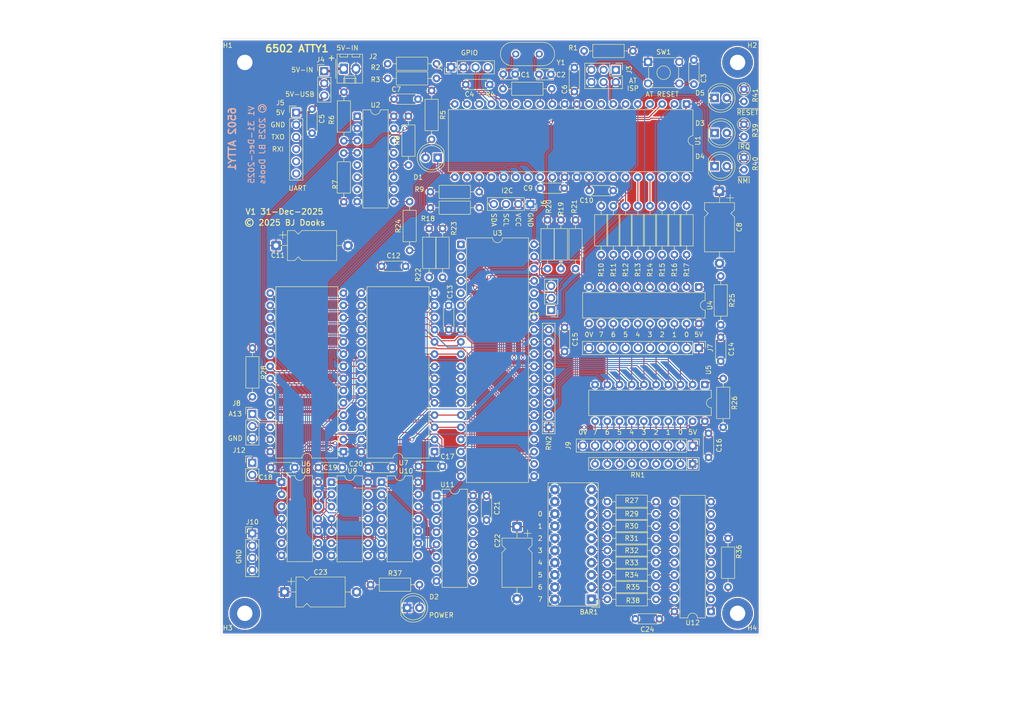
<source format=kicad_pcb>
(kicad_pcb (version 20241229) (generator "pcbnew") (generator_version "9.0")
  (layers (0 "F.Cu" signal) (2 "B.Cu" signal) (13 "F.Paste" user) (15 "B.Paste" user) (5 "F.SilkS" user "F.Silkscreen") (7 "B.SilkS" user "B.Silkscreen") (1 "F.Mask" user) (3 "B.Mask" user) (25 "Edge.Cuts" user))
  (net 0 "")
  (net 1 "/cpu/RDY")
  (net 2 "/A5")
  (net 3 "/A10")
  (net 4 "/A9")
  (net 5 "/D0")
  (net 6 "/A13")
  (net 7 "GND")
  (net 8 "/A8")
  (net 9 "/A4")
  (net 10 "/A6")
  (net 11 "/A14")
  (net 12 "/A3")
  (net 13 "/D5")
  (net 14 "/D2")
  (net 15 "/D7")
  (net 16 "/D3")
  (net 17 "/A2")
  (net 18 "/A12")
  (net 19 "/A0")
  (net 20 "/A1")
  (net 21 "/D6")
  (net 22 "/A7")
  (net 23 "/D4")
  (net 24 "VCC")
  (net 25 "/D1")
  (net 26 "/A15")
  (net 27 "/A11")
  (net 28 "/Atmel Controller/~{AT_RESET}")
  (net 29 "/Atmel Controller/AT_D0")
  (net 30 "/Atmel Controller/AT_D1")
  (net 31 "/Atmel Controller/AT_D2")
  (net 32 "/Atmel Controller/AT_D3")
  (net 33 "/Atmel Controller/AT_D4")
  (net 34 "/IO/OUT4")
  (net 35 "/Atmel Controller/AT_D5")
  (net 36 "/Atmel Controller/AT_D6")
  (net 37 "/Atmel Controller/AT_D7")
  (net 38 "/CPU_CLK")
  (net 39 "/cpu/PHI1")
  (net 40 "/cpu/BE")
  (net 41 "/CPU_~{NMI}")
  (net 42 "/R~{W}")
  (net 43 "/CPU_~{RESET}")
  (net 44 "/~{R}W")
  (net 45 "/CPU_~{IRQ}")
  (net 46 "/~{RAM_CE}")
  (net 47 "/Atmel Controller/AT_MISO")
  (net 48 "/Atmel Controller/AT_SCK")
  (net 49 "/AT_~{CE}")
  (net 50 "/Atmel Controller/AT_MOSI")
  (net 51 "/AT_~{EN}")
  (net 52 "/control/~{A15}")
  (net 53 "/control/~{CPU_STOP}")
  (net 54 "/control/ROM_ACC")
  (net 55 "/~{ROM_CE}")
  (net 56 "/PHI2")
  (net 57 "/cpu/~{SO}")
  (net 58 "/~{ROM_PGM_WE}")
  (net 59 "/ROM_A13")
  (net 60 "/Atmel Controller/AT_AREF")
  (net 61 "/IO/OUT0")
  (net 62 "/IO/OUT1")
  (net 63 "/IO/OUT7")
  (net 64 "/IO/OUT6")
  (net 65 "/IO/OUT3")
  (net 66 "/IO/OUT5")
  (net 67 "/IO/OUT2")
  (net 68 "/IO/IN0")
  (net 69 "/IO/IN7")
  (net 70 "/IO/IN1")
  (net 71 "/IO/IN3")
  (net 72 "/IO/IN6")
  (net 73 "/IO/IN2")
  (net 74 "/IO/IN4")
  (net 75 "/IO/IN5")
  (net 76 "/~{A13}")
  (net 77 "/control/ROM_AD")
  (net 78 "/control/~{ROM_SEL}")
  (net 79 "/control/~{AT_ROM}")
  (net 80 "Net-(BAR1E-A)")
  (net 81 "Net-(BAR1G-A)")
  (net 82 "Net-(BAR1D-A)")
  (net 83 "Net-(BAR1F-A)")
  (net 84 "Net-(BAR1H-A)")
  (net 85 "Net-(BAR1J-A)")
  (net 86 "/IO/DQ3")
  (net 87 "Net-(BAR1C-A)")
  (net 88 "Net-(U12-OE)")
  (net 89 "/IO/DQ7")
  (net 90 "/IO/DQ6")
  (net 91 "/IO/DQ5")
  (net 92 "/IO/DQ4")
  (net 93 "/IO/DQ2")
  (net 94 "/IO/DQ1")
  (net 95 "/IO/DQ0")
  (net 96 "Net-(BAR1B-A)")
  (net 97 "Net-(BAR1A-A)")
  (net 99 "/Atmel Controller/U_TXO")
  (net 100 "/Atmel Controller/RXD0")
  (net 101 "/Atmel Controller/U_RXI")
  (net 102 "/Atmel Controller/TXD0")
  (net 103 "/Atmel Controller/U_5V")
  (net 106 "/SCL")
  (net 107 "/SDA")
  (net 108 "Net-(D1-A)")
  (net 109 "Net-(D2-A)")
  (net 110 "/Atmel Controller/PD7")
  (net 111 "/Atmel Controller/PD3")
  (net 112 "/Atmel Controller/PD2")
  (net 113 "/~{IO_OUT}")
  (net 114 "/~{DISPLAY}")
  (net 115 "/~{IO_IN}")
  (net 116 "+5VL")
  (net 117 "/AT_ACK")
  (net 118 "/ROM_SEL")
  (net 119 "/PWM_CLK")
  (net 120 "Net-(C1-Pad1)")
  (net 121 "Net-(U1-XTAL1)")
  (net 122 "/PHI2O")
  (net 123 "Net-(U1-XTAL2)")
  (net 124 "Net-(U2A-J)")
  (net 125 "Net-(U2A-~{S})")
  (net 126 "Net-(U2B-J)")
  (net 127 "Net-(U2B-Q)")
  (net 128 "Net-(U4-OE)")
  (net 129 "Net-(U5-A->B)")
  (net 142 "Net-(D3-A)")
  (net 143 "Net-(D4-A)")
  (net 144 "Net-(D5-A)")
  (footprint "Connector_PinHeader_2.54mm:PinHeader_1x04_P2.54mm_Vertical" (layer "F.Cu") (at 108.468 40.615 90)
    (property "Reference" "J1")
    (property "Value" "Conn_01x04_Pin")
  )
  (footprint "Package_DIP:DIP-14_W7.62mm" (layer "F.Cu") (at 93.98 127)
    (property "Reference" "U10")
    (property "Value" "74LS08")
  )
  (footprint "Connector_PinHeader_2.54mm:PinHeader_1x04_P2.54mm_Vertical" (layer "F.Cu") (at 67.056 137.668)
    (property "Reference" "J10")
    (property "Value" "Conn_01x04_Pin")
  )
  (footprint "Connector_PinHeader_2.54mm:PinHeader_1x03_P2.54mm_Vertical" (layer "F.Cu") (at 82.042 41.402)
    (property "Reference" "J4")
    (property "Value" "Conn_01x03_Pin")
  )
  (footprint "Resistor_THT:R_Axial_DIN0207_L6.3mm_D2.5mm_P10.16mm_Horizontal" (layer "F.Cu") (at 99.568 60.96 90)
    (property "Reference" "R8")
    (property "Value" "R")
  )
  (footprint "Capacitor_THT:C_Disc_D4.3mm_W1.9mm_P5.00mm" (layer "F.Cu") (at 164.592 96.814 -90)
    (property "Reference" "C14")
    (property "Value" "100nF")
  )
  (footprint "Resistor_THT:R_Axial_DIN0207_L6.3mm_D2.5mm_P10.16mm_Horizontal" (layer "F.Cu") (at 151.13 151.384 180)
    (property "Reference" "R38")
    (property "Value" "330R")
  )
  (footprint "Package_DIP:DIP-20_W7.62mm" (layer "F.Cu") (at 160.02 86.36 -90)
    (property "Reference" "U4")
    (property "Value" "74LS573")
  )
  (footprint "Resistor_THT:R_Axial_DIN0207_L6.3mm_D2.5mm_P10.16mm_Horizontal" (layer "F.Cu") (at 151.13 131.064 180)
    (property "Reference" "R27")
    (property "Value" "330R")
  )
  (footprint "Capacitor_THT:C_Disc_D3.4mm_W2.1mm_P2.50mm" (layer "F.Cu") (at 126.7352 42.0624)
    (property "Reference" "C2")
    (property "Value" "12pF")
  )
  (footprint "Resistor_THT:R_Axial_DIN0207_L6.3mm_D2.5mm_P10.16mm_Horizontal" (layer "F.Cu") (at 119.253 45.085)
    (property "Reference" "R4")
    (property "Value" "1K")
  )
  (footprint "Resistor_THT:R_Axial_DIN0207_L6.3mm_D2.5mm_P10.16mm_Horizontal" (layer "F.Cu") (at 151.13 146.304 180)
    (property "Reference" "R34")
    (property "Value" "330R")
  )
  (footprint "Resistor_THT:R_Axial_DIN0207_L6.3mm_D2.5mm_P10.16mm_Horizontal" (layer "F.Cu") (at 95.25 42.926)
    (property "Reference" "R3")
    (property "Value" "1K")
  )
  (footprint "Capacitor_THT:C_Disc_D4.3mm_W1.9mm_P5.00mm" (layer "F.Cu") (at 107.95 95.21 90)
    (property "Reference" "C13")
    (property "Value" "100nF")
  )
  (footprint "Resistor_THT:R_Axial_DIN0207_L6.3mm_D2.5mm_P10.16mm_Horizontal" (layer "F.Cu") (at 154.94 69.469 -90)
    (property "Reference" "R16")
    (property "Value" "330R")
  )
  (footprint "Resistor_THT:R_Axial_DIN0207_L6.3mm_D2.5mm_P10.16mm_Horizontal" (layer "F.Cu") (at 164.592 84.074 -90)
    (property "Reference" "R25")
    (property "Value" "R")
  )
  (footprint "Resistor_THT:R_Axial_DIN0207_L6.3mm_D2.5mm_P10.16mm_Horizontal" (layer "F.Cu") (at 157.48 69.469 -90)
    (property "Reference" "R17")
    (property "Value" "330R")
  )
  (footprint "Resistor_THT:R_Axial_DIN0207_L6.3mm_D2.5mm_P10.16mm_Horizontal" (layer "F.Cu") (at 149.86 69.469 -90)
    (property "Reference" "R14")
    (property "Value" "330R")
  )
  (footprint "Package_DIP:DIP-28_W15.24mm" (layer "F.Cu") (at 86.0298 120.65 180)
    (property "Reference" "U6")
    (property "Value" "27C128")
  )
  (footprint "Connector_PinHeader_2.54mm:PinHeader_1x03_P2.54mm_Vertical" (layer "F.Cu") (at 67.081 112.791)
    (property "Reference" "J8")
    (property "Value" "Conn_01x03_Pin")
  )
  (footprint "Resistor_THT:R_Axial_DIN0207_L6.3mm_D2.5mm_P10.16mm_Horizontal" (layer "F.Cu") (at 128.524 72.39 -90)
    (property "Reference" "R20")
    (property "Value" "R")
  )
  (footprint "Capacitor_THT:C_Disc_D4.3mm_W1.9mm_P5.00mm" (layer "F.Cu") (at 151.812 155.448 180)
    (property "Reference" "C24")
    (property "Value" "100nF")
  )
  (footprint "Capacitor_THT:C_Disc_D4.3mm_W1.9mm_P5.00mm" (layer "F.Cu") (at 132.08 94.782 -90)
    (property "Reference" "C15")
    (property "Value" "100nF")
  )
  (footprint "Connector_PinHeader_2.54mm:PinHeader_2x03_P2.54mm_Vertical" (layer "F.Cu") (at 142.748 41.143 -90)
    (property "Reference" "J3")
    (property "Value" "Conn_02x03_Odd_Even")
  )
  (footprint "Resistor_THT:R_Axial_DIN0207_L6.3mm_D2.5mm_P2.54mm_Vertical" (layer "F.Cu") (at 169.418 52.494324 -90)
    (property "Reference" "R39")
    (property "Value" "1K")
  )
  (footprint "Capacitor_THT:C_Disc_D4.3mm_W1.9mm_P5.00mm" (layer "F.Cu") (at 79.502 49.316 -90)
    (property "Reference" "C5")
    (property "Value" "100nF")
  )
  (footprint "Capacitor_THT:C_Disc_D4.3mm_W1.9mm_P5.00mm" (layer "F.Cu") (at 111.506 44.196)
    (property "Reference" "C4")
    (property "Value" "100nF")
  )
  (footprint "Resistor_THT:R_Axial_DIN0207_L6.3mm_D2.5mm_P2.54mm_Vertical" (layer "F.Cu") (at 169.418 45.183 -90)
    (property "Reference" "R41")
    (property "Value" "1K")
  )
  (footprint "Resistor_THT:R_Axial_DIN0207_L6.3mm_D2.5mm_P10.16mm_Horizontal" (layer "F.Cu") (at 105.41 39.878 180)
    (property "Reference" "R2")
    (property "Value" "1K")
  )
  (footprint "Resistor_THT:R_Axial_DIN0207_L6.3mm_D2.5mm_P10.16mm_Horizontal" (layer "F.Cu") (at 131.318 72.39 -90)
    (property "Reference" "R19")
    (property "Value" "R")
  )
  (footprint "Capacitor_THT:CP_Axial_L10.0mm_D6.0mm_P15.00mm_Horizontal" (layer "F.Cu") (at 164.338 66.414 -90)
    (property "Reference" "C8")
    (property "Value" "100uF/16V")
  )
  (footprint "Resistor_THT:R_Axial_DIN0207_L6.3mm_D2.5mm_P10.16mm_Horizontal" (layer "F.Cu") (at 67.081 99.06 -90)
    (property "Reference" "R28")
    (property "Value" "R")
  )
  (footprint "Resistor_THT:R_Axial_DIN0207_L6.3mm_D2.5mm_P10.16mm_Horizontal" (layer "F.Cu") (at 99.822 78.74 90)
    (property "Reference" "R24")
    (property "Value" "R")
  )
  (footprint "Resistor_THT:R_Axial_DIN0207_L6.3mm_D2.5mm_P10.16mm_Horizontal" (layer "F.Cu") (at 144.78 69.469 -90)
    (property "Reference" "R12")
    (property "Value" "330R")
  )
  (footprint "Connector_PinHeader_2.54mm:PinHeader_1x10_P2.54mm_Vertical" (layer "F.Cu") (at 158.75 119.38 -90)
    (property "Reference" "J9")
    (property "Value" "Conn_01x10_Pin")
  )
  (footprint "Connector_PinSocket_2.54mm:PinSocket_1x04_P2.54mm_Vertical" (layer "F.Cu") (at 124.968 69.088 -90)
    (property "Reference" "J6")
    (property "Value" "Conn_01x04_Pin")
  )
  (footprint "Capacitor_THT:C_Disc_D4.3mm_W1.9mm_P5.00mm" (layer "F.Cu") (at 80.812 123.952)
    (property "Reference" "C19")
    (property "Value" "100nF")
  )
  (footprint "Resistor_THT:R_Axial_DIN0207_L6.3mm_D2.5mm_P10.16mm_Horizontal" (layer "F.Cu") (at 151.13 133.5786 180)
    (property "Reference" "R29")
    (property "Value" "330R")
  )
  (footprint "Capacitor_THT:C_Disc_D4.3mm_W1.9mm_P5.00mm" (layer "F.Cu") (at 162.052 116.84 -90)
    (property "Reference" "C16")
    (property "Value" "100nF")
  )
  (footprint "Resistor_THT:R_Axial_DIN0207_L6.3mm_D2.5mm_P10.16mm_Horizontal" (layer "F.Cu") (at 86.106 58.4708 -90)
    (property "Reference" "R7")
    (property "Value" "R")
  )
  (footprint "Package_DIP:DIP-40_W15.24mm" (layer "F.Cu") (at 157.48 48.26 -90)
    (property "Reference" "U1")
    (property "Value" "ATmega164P-20P")
  )
  (footprint "Resistor_THT:R_Axial_DIN0207_L6.3mm_D2.5mm_P10.16mm_Horizontal" (layer "F.Cu") (at 151.13 138.684 180)
    (property "Reference" "R31")
    (property "Value" "330R")
  )
  (footprint "Resistor_THT:R_Axial_DIN0207_L6.3mm_D2.5mm_P10.16mm_Horizontal" (layer "F.Cu") (at 104.14 69.85)
    (property "Reference" "R18")
    (property "Value" "4K7")
  )
  (footprint "Package_DIP:DIP-20_W7.62mm" (layer "F.Cu") (at 162.56 153.924 180)
    (property "Reference" "U12")
    (property "Value" "74LS573")
  )
  (footprint "Resistor_THT:R_Axial_DIN0207_L6.3mm_D2.5mm_P10.16mm_Horizontal" (layer "F.Cu") (at 151.13 143.764 180)
    (property "Reference" "R33")
    (property "Value" "330R")
  )
  (footprint "Resistor_THT:R_Axial_DIN0207_L6.3mm_D2.5mm_P10.16mm_Horizontal" (layer "F.Cu") (at 147.3454 69.469 -90)
    (property "Reference" "R13")
    (property "Value" "330R")
  )
  (footprint "Package_DIP:DIP-16_W7.62mm" (layer "F.Cu") (at 88.9 50.8)
    (property "Reference" "U2")
    (property "Value" "74LS112")
  )
  (footprint "Resistor_THT:R_Axial_DIN0207_L6.3mm_D2.5mm_P2.54mm_Vertical" (layer "F.Cu") (at 169.418 59.407 -90)
    (property "Reference" "R40")
    (property "Value" "1K")
  )
  (footprint "Resistor_THT:R_Array_SIP9" (layer "F.Cu") (at 128.778 115.57 90)
    (property "Reference" "RN2")
    (property "Value" "R_Network08")
  )
  (footprint "MountingHole:MountingHole_3.2mm_M3_Pad" (layer "F.Cu") (at 65.5 154.3)
    (property "Reference" "H3")
    (property "Value" "MountingHole")
  )
  (footprint "Capacitor_THT:C_Disc_D4.3mm_W1.9mm_P5.00mm" (layer "F.Cu") (at 93.98 82.042)
    (property "Reference" "C12")
    (property "Value" "100nF")
  )
  (footprint "LED_THT:LED_D5.0mm" (layer "F.Cu") (at 163.317 61.214)
    (property "Reference" "D4")
    (property "Value" "RED")
  )
  (footprint "Resistor_THT:R_Axial_DIN0207_L6.3mm_D2.5mm_P10.16mm_Horizontal" (layer "F.Cu") (at 91.694 148.336)
    (property "Reference" "R37")
    (property "Value" "1K")
  )
  (footprint "Resistor_THT:R_Axial_DIN0207_L6.3mm_D2.5mm_P10.16mm_Horizontal" (layer "F.Cu") (at 104.14 66.548)
    (property "Reference" "R9")
    (property "Value" "4K7")
  )
  (footprint "Resistor_THT:R_Axial_DIN0207_L6.3mm_D2.5mm_P10.16mm_Horizontal" (layer "F.Cu") (at 151.13 141.224 180)
    (property "Reference" "R32")
    (property "Value" "330R")
  )
  (footprint "Resistor_THT:R_Axial_DIN0207_L6.3mm_D2.5mm_P10.16mm_Horizontal" (layer "F.Cu") (at 166.116 148.844 90)
    (property "Reference" "R36")
    (property "Value" "R")
  )
  (footprint "Package_DIP:DIP-40_W15.24mm" (layer "F.Cu") (at 110.49 77.47)
    (property "Reference" "U3")
    (property "Value" "W65C02SxP")
  )
  (footprint "Button_Switch_THT:SW_TH_Tactile_Omron_B3F-10xx" (layer "F.Cu") (at 149.4548 39.4822)
    (property "Reference" "SW1")
    (property "Value" "SW_Push")
  )
  (footprint "Package_DIP:DIP-20_W7.62mm" (layer "F.Cu") (at 161.29 106.68 -90)
    (property "Reference" "U5")
    (property "Value" "74HC245")
  )
  (footprint "Resistor_THT:R_Axial_DIN0207_L6.3mm_D2.5mm_P10.16mm_Horizontal" (layer "F.Cu") (at 134.366 72.39 -90)
    (property "Reference" "R21")
    (property "Value" "R")
  )
  (footprint "Capacitor_THT:C_Disc_D4.3mm_W1.9mm_P5.00mm" (layer "F.Cu") (at 96.56 47.244)
    (property "Reference" "C7")
    (property "Value" "100nF")
  )
  (footprint "Connector_Molex:Molex_KK-254_AE-6410-02A_1x02_P2.54mm_Vertical" (layer "F.Cu") (at 86.101 40.914)
    (property "Reference" "J2")
    (property "Value" "Conn_01x02_Pin")
  )
  (footprint "Resistor_THT:R_Array_SIP9" (layer "F.Cu") (at 158.75 123.19 180)
    (property "Reference" "RN1")
    (property "Value" "R_Network08")
  )
  (footprint "Package_DIP:DIP-14_W7.62mm" (layer "F.Cu") (at 83.5406 127)
    (property "Reference" "U9")
    (property "Value" "74LS00")
  )
  (footprint "Package_DIP:DIP-14_W7.62mm" (layer "F.Cu") (at 73.152 126.9746)
    (property "Reference" "U8")
    (property "Value" "74LS00")
  )
  (footprint "Resistor_THT:R_Axial_DIN0207_L6.3mm_D2.5mm_P10.16mm_Horizontal" (layer "F.Cu") (at 139.7 69.469 -90)
    (property "Reference" "R10")
    (property "Value" "330R")
  )
  (footprint "Connector_PinHeader_2.54mm:PinHeader_1x02_P2.54mm_Vertical" (layer "F.Cu") (at 67.056 122.931)
    (property "Reference" "J12")
    (property "Value" "Conn_01x02_Pin")
  )
  (footprint "Resistor_THT:R_Axial_DIN0207_L6.3mm_D2.5mm_P10.16mm_Horizontal" (layer "F.Cu") (at 86.1314 55.9308 90)
    (property "Reference" "R6")
    (property "Value" "R")
  )
  (footprint "Capacitor_THT:C_Disc_D4.3mm_W1.9mm_P5.00mm" (layer "F.Cu") (at 101.64 123.698)
    (property "Reference" "C17")
    (property "Value" "100nF")
  )
  (footprint "Capacitor_THT:C_Disc_D4.3mm_W1.9mm_P5.00mm" (layer "F.Cu") (at 91.226 123.952)
    (property "Reference" "C20")
    (property "Value" "100nF")
  )
  (footprint "MountingHole:MountingHole_3.2mm_M3_Pad" (layer "F.Cu") (at 168.1 39.6)
    (property "Reference" "H2")
    (property "Value" "MountingHole")
  )
  (footprint "Capacitor_THT:C_Disc_D4.3mm_W1.9mm_P5.00mm" (layer "F.Cu") (at 132 65.786 180)
    (property "Reference" "C9")
    (property "Value" "100nF")
  )
  (footprint "Crystal:Crystal_HC49-4H_Vertical" (layer "F.Cu") (at 121.92 37.846)
    (property "Reference" "Y1")
    (property "Value" "18.341MHz")
  )
  (footprint "Resistor_THT:R_Axial_DIN0207_L6.3mm_D2.5mm_P10.16mm_Horizontal" (layer "F.Cu") (at 146.304 37.211 180)
    (property "Reference" "R1")
    (property "Value" "1K")
  )
  (footprint "Display:HDSP-4850" (layer "F.Cu") (at 137.668 151.384 180)
    (property "Reference" "BAR1")
    (property "Value" "HDSP-4850")
  )
  (footprint "LED_THT:LED_D5.0mm" (layer "F.Cu") (at 163.317 54.301324)
    (property "Reference" "D3")
    (property "Value" "RED")
  )
  (footprint "Capacitor_THT:CP_Axial_L10.0mm_D6.0mm_P15.00mm_Horizontal" (layer "F.Cu") (at 72.002 77.724)
    (property "Reference" "C11")
    (property "Value" "100uF/16V")
  )
  (footprint "Capacitor_THT:C_Disc_D4.3mm_W1.9mm_P5.00mm" (layer "F.Cu") (at 137.2 66.294)
    (property "Reference" "C10")
    (property "Value" "~")
  )
  (footprint "Capacitor_THT:C_Disc_D4.3mm_W1.9mm_P5.00mm" (layer "F.Cu") (at 115.824 129.874 -90)
    (property "Reference" "C21")
    (property "Value" "100nF")
  )
  (footprint "Resistor_THT:R_Axial_DIN0207_L6.3mm_D2.5mm_P10.16mm_Horizontal" (layer "F.Cu") (at 142.24 69.469 -90)
    (property "Reference" "R11")
    (property "Value" "330R")
  )
  (footprint "Resistor_THT:R_Axial_DIN0207_L6.3mm_D2.5mm_P10.16mm_Horizontal" (layer "F.Cu") (at 151.13 136.144 180)
    (property "Reference" "R30")
    (property "Value" "330R")
  )
  (footprint "Resistor_THT:R_Axial_DIN0207_L6.3mm_D2.5mm_P10.16mm_Horizontal" (layer "F.Cu") (at 104.394 45.466 -90)
    (property "Reference" "R5")
    (property "Value" "1K")
  )
  (footprint "Connector_PinHeader_2.54mm:PinHeader_1x03_P2.54mm_Vertical" (layer "F.Cu") (at 129.286 91.186 180)
    (property "Reference" "J11")
    (property "Value" "Conn_01x03_Pin")
  )
  (footprint "Connector_PinHeader_2.54mm:PinHeader_1x06_P2.54mm_Vertical" (layer "F.Cu") (at 76.2 50.038)
    (property "Reference" "J5")
    (property "Value" "Conn_01x06_Pin")
  )
  (footprint "MountingHole:MountingHole_3.2mm_M3_Pad" (layer "F.Cu") (at 65.5 39.6)
    (property "Reference" "H1")
    (property "Value" "MountingHole_Pad")
  )
  (footprint "Capacitor_THT:CP_Axial_L10.0mm_D6.0mm_P15.00mm_Horizontal" (layer "F.Cu") (at 73.78 149.86)
    (property "Reference" "C23")
    (property "Value" "100uF/16V")
  )
  (footprint "Package_DIP:DIP-28_W15.24mm" (layer "F.Cu") (at 105.0036 120.65 180)
    (property "Reference" "U7")
    (property "Value" "KM62256CLP")
  )
  (footprint "Resistor_THT:R_Axial_DIN0207_L6.3mm_D2.5mm_P10.16mm_Horizontal" (layer "F.Cu") (at 103.886 74.168 -90)
    (property "Reference" "R22")
    (property "Value" "R")
  )
  (footprint "Package_DIP:DIP-16_W7.62mm" (layer "F.Cu") (at 105.41 129.794)
    (property "Reference" "U11")
    (property "Value" "74LS138")
  )
  (footprint "Resistor_THT:R_Axial_DIN0207_L6.3mm_D2.5mm_P10.16mm_Horizontal" (layer "F.Cu") (at 152.4 69.469 -90)
    (property "Reference" "R15")
    (property "Value" "330R")
  )
  (footprint "Capacitor_THT:C_Disc_D4.3mm_W1.9mm_P5.00mm" (layer "F.Cu") (at 159.004 44.116 90)
    (property "Reference" "C3")
    (property "Value" "~")
  )
  (footprint "Connector_PinHeader_2.54mm:PinHeader_1x10_P2.54mm_Vertical" (layer "F.Cu") (at 160.0454 99.06 -90)
    (property "Reference" "J7")
    (property "Value" "Conn_01x10_Pin")
  )
  (footprint "Resistor_THT:R_Axial_DIN0207_L6.3mm_D2.5mm_P10.16mm_Horizontal" (layer "F.Cu") (at 165.1 105.405 -90)
    (property "Reference" "R26")
    (property "Value" "R")
  )
  (footprint "Capacitor_THT:CP_Axial_L10.0mm_D6.0mm_P15.00mm_Horizontal" (layer "F.Cu") (at 122.174 136.264 -90)
    (property "Reference" "C22")
    (property "Value" "100uF/16V")
  )
  (footprint "Resistor_THT:R_Axial_DIN0207_L6.3mm_D2.5mm_P10.16mm_Horizontal" (layer "F.Cu") (at 106.68 74.168 -90)
    (property "Reference" "R23")
    (property "Value" "R")
  )
  (footprint "LED_THT:LED_D5.0mm" (layer "F.Cu") (at 163.317 46.99)
    (property "Reference" "D5")
    (property "Value" "RED")
  )
  (footprint "LED_THT:LED_D5.0mm" (layer "F.Cu") (at 99.314 153.162)
    (property "Reference" "D2")
    (property "Value" "RED")
  )
  (footprint "Capacitor_THT:C_Disc_D4.3mm_W1.9mm_P5.00mm" (layer "F.Cu") (at 134.112 45.68 90)
    (property "Reference" "C6")
    (property "Value" "100nF")
  )
  (footprint "LED_THT:LED_D5.0mm" (layer "F.Cu") (at 105.664 59.436 180)
    (property "Reference" "D1")
    (property "Value" "LED_Small_Filled")
  )
  (footprint "MountingHole:MountingHole_3.2mm_M3_Pad" (layer "F.Cu") (at 168.1 154.3)
    (property "Reference" "H4")
    (property "Value" "MountingHole")
  )
  (footprint "Resistor_THT:R_Axial_DIN0207_L6.3mm_D2.5mm_P10.16mm_Horizontal" (layer "F.Cu") (at 151.13 148.844 180)
    (property "Reference" "R35")
    (property "Value" "330R")
  )
  (footprint "Capacitor_THT:C_Disc_D4.3mm_W1.9mm_P5.00mm" (layer "F.Cu") (at 70.906 123.952)
    (property "Reference" "C18")
    (property "Value" "100nF")
  )
  (footprint "Capacitor_THT:C_Disc_D3.4mm_W2.1mm_P2.50mm" (layer "F.Cu") (at 119.293 42.037)
    (property "Reference" "C1")
    (property "Value" "12pF")
  )
  (gr_rect (start 60.452 34.544) (end 172.974 159.004) (stroke (width 0.05)) (fill no) (layer "Edge.Cuts"))
  (gr_text "V1 31-Dec-2025\n" (at 65.532 71.374 0) (layer "F.SilkS") (effects (font (size 1.2 1.2) (thickness 0.2) (bold yes)) (justify left bottom)))
  (gr_text "~{NMI}\n" (at 169.418 64.262 0) (layer "F.SilkS") (effects (font (size 1 1))))
  (gr_text "2" (at 127 138.684 0) (layer "F.SilkS") (effects (font (size 1 1))))
  (gr_text "4" (at 127 143.764 0) (layer "F.SilkS") (effects (font (size 1 1))))
  (gr_text "POWER\n" (at 106.426 154.686 0) (layer "F.SilkS") (effects (font (size 1 1))))
  (gr_text "VCC" (at 122.428 72.39 270) (layer "F.SilkS") (effects (font (size 1 1))))
  (gr_text "GND" (at 64.262 142.494 90) (layer "F.SilkS") (effects (font (size 1 1))))
  (gr_text "7\n" (at 138.43 116.586 0) (layer "F.SilkS") (effects (font (size 1 1))))
  (gr_text "~{RESET}\n" (at 170.18 50.038 0) (layer "F.SilkS") (effects (font (size 1 1))))
  (gr_text "GND" (at 72.39 52.578 0) (layer "F.SilkS") (effects (font (size 1 1))))
  (gr_text "SCL" (at 119.888 72.39 270) (layer "F.SilkS") (effects (font (size 1 1))))
  (gr_text "1" (at 127 136.144 0) (layer "F.SilkS") (effects (font (size 1 1))))
  (gr_text "© 2025 BJ Dooks\n" (at 65.278 73.66 0) (layer "F.SilkS") (effects (font (size 1.2 1.2) (thickness 0.2) (bold yes)) (justify left bottom)))
  (gr_text "GND" (at 124.968 72.39 270) (layer "F.SilkS") (effects (font (size 1 1))))
  (gr_text "UART" (at 76.454 65.786 0) (layer "F.SilkS") (effects (font (size 1 1))))
  (gr_text "5V-IN" (at 86.868 36.576 0) (layer "F.SilkS") (effects (font (size 1 1))))
  (gr_text "6" (at 140.97 116.586 0) (layer "F.SilkS") (effects (font (size 1 1))))
  (gr_text "SDA" (at 117.348 72.39 270) (layer "F.SilkS") (effects (font (size 1 1))))
  (gr_text "0\n" (at 127 133.604 0) (layer "F.SilkS") (effects (font (size 1 1))))
  (gr_text "5V-USB" (at 76.962 46.228 0) (layer "F.SilkS") (effects (font (size 1 1))))
  (gr_text "0\n" (at 156.21 116.586 0) (layer "F.SilkS") (effects (font (size 1 1))))
  (gr_text "5" (at 144.78 96.266 0) (layer "F.SilkS") (effects (font (size 1 1))))
  (gr_text "5V" (at 160.02 96.266 0) (layer "F.SilkS") (effects (font (size 1 1))))
  (gr_text "1" (at 153.67 116.586 0) (layer "F.SilkS") (effects (font (size 1 1))))
  (gr_text "0V" (at 135.89 116.586 0) (layer "F.SilkS") (effects (font (size 1 1))))
  (gr_text "0\n" (at 157.48 96.266 0) (layer "F.SilkS") (effects (font (size 1 1))))
  (gr_text "6502 ATTY1" (at 69.596 37.592 0) (layer "F.SilkS") (effects (font (size 1.5 1.5) (thickness 0.3) (bold yes)) (justify left bottom)))
  (gr_text "4" (at 147.32 96.266 0) (layer "F.SilkS") (effects (font (size 1 1))))
  (gr_text "A13" (at 63.5 112.776 0) (layer "F.SilkS") (effects (font (size 1 1))))
  (gr_text "5V-IN" (at 77.47 41.148 0) (layer "F.SilkS") (effects (font (size 1 1))))
  (gr_text "~{IRQ}\n" (at 169.418 57.15 0) (layer "F.SilkS") (effects (font (size 1 1))))
  (gr_text "1" (at 154.94 96.266 0) (layer "F.SilkS") (effects (font (size 1 1))))
  (gr_text "0V" (at 137.16 96.266 0) (layer "F.SilkS") (effects (font (size 1 1))))
  (gr_text "5V\n" (at 72.898 50.038 0) (layer "F.SilkS") (effects (font (size 1 1))))
  (gr_text "GND" (at 63.5 117.856 0) (layer "F.SilkS") (effects (font (size 1 1))))
  (gr_text "5" (at 143.51 116.586 0) (layer "F.SilkS") (effects (font (size 1 1))))
  (gr_text "TXO" (at 72.39 55.118 0) (layer "F.SilkS") (effects (font (size 1 1))))
  (gr_text "2" (at 152.4 96.266 0) (layer "F.SilkS") (effects (font (size 1 1))))
  (gr_text "6" (at 142.24 96.266 0) (layer "F.SilkS") (effects (font (size 1 1))))
  (gr_text "7\n" (at 139.7 96.266 0) (layer "F.SilkS") (effects (font (size 1 1))))
  (gr_text "5" (at 127 146.304 0) (layer "F.SilkS") (effects (font (size 1 1))))
  (gr_text "I2C" (at 120.142 66.294 0) (layer "F.SilkS") (effects (font (size 1 1))))
  (gr_text "+" (at 83.566 38.608 0) (layer "F.SilkS") (effects (font (size 1.3 1.3) (thickness 0.2))))
  (gr_text "3\n" (at 127 141.224 0) (layer "F.SilkS") (effects (font (size 1 1))))
  (gr_text "RXI" (at 72.39 57.658 0) (layer "F.SilkS") (effects (font (size 1 1))))
  (gr_text "3\n" (at 149.86 96.266 0) (layer "F.SilkS") (effects (font (size 1 1))))
  (gr_text "6" (at 127 148.844 0) (layer "F.SilkS") (effects (font (size 1 1))))
  (gr_text "7\n" (at 127 151.384 0) (layer "F.SilkS") (effects (font (size 1 1))))
  (gr_text "5V" (at 158.75 116.586 0) (layer "F.SilkS") (effects (font (size 1 1))))
  (gr_text "AT RESET" (at 152.4 46.228 0) (layer "F.SilkS") (effects (font (size 1 1))))
  (gr_text "GPIO" (at 112.268 37.592 0) (layer "F.SilkS") (effects (font (size 1 1))))
  (gr_text "4" (at 146.05 116.586 0) (layer "F.SilkS") (effects (font (size 1 1))))
  (gr_text "3\n" (at 148.59 116.586 0) (layer "F.SilkS") (effects (font (size 1 1))))
  (gr_text "AT\nISP" (at 146.304 44.196 0) (layer "F.SilkS") (effects (font (size 1 1))))
  (gr_text "2" (at 151.13 116.586 0) (layer "F.SilkS") (effects (font (size 1 1))))
  (gr_text "6502 ATTY1" (at 63.754 48.768 90) (layer "B.SilkS") (effects (font (size 1.5 1.5) (thickness 0.3) (bold yes)) (justify left bottom mirror)))
  (gr_text "© 2025 BJ Dooks\n" (at 69.85 48.006 90) (layer "B.SilkS") (effects (font (size 1.2 1.2) (thickness 0.2) (bold yes)) (justify left bottom mirror)))
  (gr_text "V1 31-Dec-2025\n" (at 67.564 48.514 90) (layer "B.SilkS") (effects (font (size 1.2 1.2) (thickness 0.2) (bold yes)) (justify left bottom mirror)))
  (segment (start 105.0086 110.495) (end 105.0036 110.49) (width 0.21) (layer "F.Cu") (net 2))
  (segment (start 109.728 110.49) (end 109.723 110.495) (width 0.21) (layer "F.Cu") (net 2))
  (segment (start 109.723 110.495) (end 105.0086 110.495) (width 0.21) (layer "F.Cu") (net 2))
  (segment (start 105.0036 110.49) (end 103.5796 109.066) (width 0.21) (layer "F.Cu") (net 2))
  (segment (start 110.49 110.49) (end 109.728 110.49) (width 0.21) (layer "F.Cu") (net 2))
  (segment (start 87.0338 109.486) (end 86.0298 110.49) (width 0.21) (layer "F.Cu") (net 2))
  (segment (start 103.5796 109.066) (end 89.24157 109.066) (width 0.21) (layer "F.Cu") (net 2))
  (segment (start 89.24157 109.066) (end 88.82157 109.486) (width 0.21) (layer "F.Cu") (net 2))
  (segment (start 88.82157 109.486) (end 87.0338 109.486) (width 0.21) (layer "F.Cu") (net 2))
  (segment (start 86.492063 103.986) (end 71.9058 103.986) (width 0.21) (layer "F.Cu") (net 3))
  (segment (start 110.49 123.19) (end 113.284 120.396) (width 0.21) (layer "F.Cu") (net 3))
  (segment (start 71.9058 103.986) (end 70.7898 102.87) (width 0.21) (layer "F.Cu") (net 3))
  (segment (start 104.548 104.294) (end 103.124 102.87) (width 0.21) (layer "F.Cu") (net 3))
  (segment (start 103.124 102.87) (end 89.7636 102.87) (width 0.21) (layer "F.Cu") (net 3))
  (segment (start 89.7636 102.87) (end 87.608063 102.87) (width 0.21) (layer "F.Cu") (net 3))
  (segment (start 113.284 120.396) (end 113.284 106.625737) (width 0.21) (layer "F.Cu") (net 3))
  (segment (start 87.608063 102.87) (end 86.492063 103.986) (width 0.21) (layer "F.Cu") (net 3))
  (segment (start 110.952263 104.294) (end 104.548 104.294) (width 0.21) (layer "F.Cu") (net 3))
  (segment (start 113.284 106.625737) (end 110.952263 104.294) (width 0.21) (layer "F.Cu") (net 3))
  (segment (start 99.65397 110.49) (end 100.92397 111.76) (width 0.21) (layer "F.Cu") (net 4))
  (segment (start 100.92397 111.76) (end 110.798263 111.76) (width 0.21) (layer "F.Cu") (net 4))
  (segment (start 89.7636 110.49) (end 99.65397 110.49) (width 0.21) (layer "F.Cu") (net 4))
  (segment (start 110.798263 111.76) (end 112.356 113.317737) (width 0.21) (layer "F.Cu") (net 4))
  (segment (start 86.492063 111.606) (end 71.9058 111.606) (width 0.21) (layer "F.Cu") (net 4))
  (segment (start 89.7636 110.49) (end 87.608063 110.49) (width 0.21) (layer "F.Cu") (net 4))
  (segment (start 112.356 113.317737) (end 112.356 118.784) (width 0.21) (layer "F.Cu") (net 4))
  (segment (start 87.608063 110.49) (end 86.492063 111.606) (width 0.21) (layer "F.Cu") (net 4))
  (segment (start 71.9058 111.606) (end 70.7898 110.49) (width 0.21) (layer "F.Cu") (net 4))
  (segment (start 112.356 118.784) (end 110.49 120.65) (width 0.21) (layer "F.Cu") (net 4))
  (segment (start 105.0036 95.25) (end 103.8876 94.134) (width 0.21) (layer "F.Cu") (net 5))
  (segment (start 157.48 79.629) (end 157.48 86.36) (width 0.21) (layer "F.Cu") (net 5))
  (segment (start 157.48 86.36) (end 158.75 87.63) (width 0.21) (layer "F.Cu") (net 5))
  (segment (start 125.73 95.25) (end 128.778 95.25) (width 0.21) (layer "F.Cu") (net 5))
  (segment (start 160.928 131.972) (end 162.56 133.604) (width 0.21) (layer "F.Cu") (net 5))
  (segment (start 89 94.134) (end 87.884 95.25) (width 0.21) (layer "F.Cu") (net 5))
  (segment (start 158.75 87.63) (end 158.75 106.68) (width 0.21) (layer "F.Cu") (net 5))
  (segment (start 158.75 106.68) (end 157.584 107.846) (width 0.21) (layer "F.Cu") (net 5))
  (segment (start 103.8876 94.134) (end 89 94.134) (width 0.21) (layer "F.Cu") (net 5))
  (segment (start 87.884 95.25) (end 86.0298 95.25) (width 0.21) (layer "F.Cu") (net 5))
  (segment (start 157.584 107.846) (end 157.584 126.33418) (width 0.21) (layer "F.Cu") (net 5))
  (segment (start 157.584 126.33418) (end 160.928 129.67818) (width 0.21) (layer "F.Cu") (net 5))
  (segment (start 160.928 129.67818) (end 160.928 131.972) (width 0.21) (layer "F.Cu") (net 5))
  (segment (start 106.1196 96.366) (end 105.0036 95.25) (width 0.21) (layer "B.Cu") (net 5))
  (segment (start 125.73 95.319315) (end 122.700515 98.3488) (width 0.21) (layer "B.Cu") (net 5))
  (segment (start 130.556 100.691) (end 130.556 97.028) (width 0.21) (layer "B.Cu") (net 5))
  (segment (start 113.302961 98.3488) (end 111.320161 96.366) (width 0.21) (layer "B.Cu") (net 5))
  (segment (start 125.73 95.25) (end 125.73 95.319315) (width 0.21) (layer "B.Cu") (net 5))
  (segment (start 158.75 106.68) (end 153.524 101.454) (width 0.21) (layer "B.Cu") (net 5))
  (segment (start 131.319 101.454) (end 130.556 100.691) (width 0.21) (layer "B.Cu") (net 5))
  (segment (start 122.700515 98.3488) (end 113.302961 98.3488) (width 0.21) (layer "B.Cu") (net 5))
  (segment (start 111.320161 96.366) (end 106.1196 96.366) (width 0.21) (layer "B.Cu") (net 5))
  (segment (start 130.556 97.028) (end 128.778 95.25) (width 0.21) (layer "B.Cu") (net 5))
  (segment (start 153.524 101.454) (end 131.319 101.454) (width 0.21) (layer "B.Cu") (net 5))
  (segment (start 106.9594 133.3246) (end 106.9594 128.842058) (width 0.21) (layer "F.Cu") (net 6))
  (segment (start 125.73 120.65) (end 125.222 121.158) (width 0.21) (layer "F.Cu") (net 6))
  (segment (start 106.9594 128.842058) (end 106.375342 128.258) (width 0.21) (layer "F.Cu") (net 6))
  (segment (start 106.5396 118.067737) (end 105.465863 116.994) (width 0.21) (layer "F.Cu") (net 6))
  (segment (start 68.744 114.454) (end 67.081 112.791) (width 0.21) (layer "F.Cu") (net 6))
  (segment (start 105.3084 122.9614) (end 106.5396 121.7302) (width 0.21) (layer "F.Cu") (net 6))
  (segment (start 105.9822 128.258) (end 105.3084 127.5842) (width 0.21) (layer "F.Cu") (net 6))
  (segment (start 83.466 116.994) (end 80.926 114.454) (width 0.21) (layer "F.Cu") (net 6))
  (segment (start 109.054 130.29606) (end 109.054 134.278) (width 0.21) (layer "F.Cu") (net 6))
  (segment (start 105.3084 127.5842) (end 105.3084 122.9614) (width 0.21) (layer "F.Cu") (net 6))
  (segment (start 109.054 134.278) (end 108.458 134.874) (width 0.21) (layer "F.Cu") (net 6))
  (segment (start 108.458 134.874) (end 105.41 134.874) (width 0.21) (layer "F.Cu") (net 6))
  (segment (start 73.152 134.5946) (end 73.152 137.1346) (width 0.21) (layer "F.Cu") (net 6))
  (segment (start 125.222 121.158) (end 118.19206 121.158) (width 0.21) (layer "F.Cu") (net 6))
  (segment (start 118.19206 121.158) (end 109.054 130.29606) (width 0.21) (layer "F.Cu") (net 6))
  (segment (start 90.28563 116.994) (end 83.466 116.994) (width 0.21) (layer "F.Cu") (net 6))
  (segment (start 101.481021 116.994) (end 101.130021 116.643) (width 0.21) (layer "F.Cu") (net 6))
  (segment (start 106.375342 128.258) (end 105.9822 128.258) (width 0.21) (layer "F.Cu") (net 6))
  (segment (start 101.130021 116.643) (end 90.63663 116.643) (width 0.21) (layer "F.Cu") (net 6))
  (segment (start 90.63663 116.643) (end 90.28563 116.994) (width 0.21) (layer "F.Cu") (net 6))
  (segment (start 105.41 134.874) (end 106.9594 133.3246) (width 0.21) (layer "F.Cu") (net 6))
  (segment (start 106.5396 121.7302) (end 106.5396 118.067737) (width 0.21) (layer "F.Cu") (net 6))
  (segment (start 105.465863 116.994) (end 101.481021 116.994) (width 0.21) (layer "F.Cu") (net 6))
  (segment (start 80.926 114.454) (end 68.744 114.454) (width 0.21) (layer "F.Cu") (net 6))
  (segment (start 72.646372 124.5616) (end 74.422 126.337228) (width 0.21) (layer "B.Cu") (net 6))
  (segment (start 71.882 131.438337) (end 71.882 133.3246) (width 0.21) (layer "B.Cu") (net 6))
  (segment (start 72.689737 130.6306) (end 71.882 131.438337) (width 0.21) (layer "B.Cu") (net 6))
  (segment (start 71.882 133.3246) (end 73.152 134.5946) (width 0.21) (layer "B.Cu") (net 6))
  (segment (start 74.422 126.337228) (end 74.422 130.048) (width 0.21) (layer "B.Cu") (net 6))
  (segment (start 74.422 130.048) (end 73.8394 130.6306) (width 0.21) (layer "B.Cu") (net 6))
  (segment (start 73.8394 130.6306) (end 72.689737 130.6306) (width 0.21) (layer "B.Cu") (net 6))
  (segment (start 71.8212 114.29) (end 72.644 115.1128) (width 0.21) (layer "B.Cu") (net 6))
  (segment (start 68.58 114.29) (end 71.8212 114.29) (width 0.21) (layer "B.Cu") (net 6))
  (segment (start 72.644 124.5616) (end 72.646372 124.5616) (width 0.21) (layer "B.Cu") (net 6))
  (segment (start 67.081 112.791) (end 68.58 114.29) (width 0.21) (layer "B.Cu") (net 6))
  (segment (start 73.152 134.5946) (end 73.152 134.5438) (width 0.21) (layer "B.Cu") (net 6))
  (segment (start 72.644 115.1128) (end 72.644 124.5616) (width 0.21) (layer "B.Cu") (net 6))
  (segment (start 80.8228 139.6746) (end 80.772 139.6746) (width 0.21) (layer "F.Cu") (net 7))
  (segment (start 107.188 124.206) (end 106.934 123.952) (width 0.21) (layer "F.Cu") (net 7))
  (segment (start 87.884 113.03) (end 89.7636 113.03) (width 0.21) (layer "F.Cu") (net 8))
  (segment (start 70.7898 113.03) (end 80.09597 113.03) (width 0.21) (layer "F.Cu") (net 8))
  (segment (start 111.606 116.994) (end 111.606 115.107737) (width 0.21) (layer "F.Cu") (net 8))
  (segment (start 104.802 114.454) (end 104.381 114.033) (width 0.21) (layer "F.Cu") (net 8))
  (segment (start 90.7666 114.033) (end 89.7636 113.03) (width 0.21) (layer "F.Cu") (net 8))
  (segment (start 110.49 118.11) (end 111.606 116.994) (width 0.21) (layer "F.Cu") (net 8))
  (segment (start 111.606 115.107737) (end 110.952263 114.454) (width 0.21) (layer "F.Cu") (net 8))
  (segment (start 80.09597 113.03) (end 81.36597 114.3) (width 0.21) (layer "F.Cu") (net 8))
  (segment (start 81.36597 114.3) (end 86.614 114.3) (width 0.21) (layer "F.Cu") (net 8))
  (segment (start 110.952263 114.454) (end 104.802 114.454) (width 0.21) (layer "F.Cu") (net 8))
  (segment (start 86.614 114.3) (end 87.884 113.03) (width 0.21) (layer "F.Cu") (net 8))
  (segment (start 104.381 114.033) (end 90.7666 114.033) (width 0.21) (layer "F.Cu") (net 8))
  (segment (start 87.2998 106.68) (end 86.0298 107.95) (width 0.21) (layer "F.Cu") (net 9))
  (segment (start 105.0036 107.95) (end 103.7336 106.68) (width 0.21) (layer "F.Cu") (net 9))
  (segment (start 105.0036 107.95) (end 110.49 107.95) (width 0.21) (layer "F.Cu") (net 9))
  (segment (start 103.7336 106.68) (end 87.2998 106.68) (width 0.21) (layer "F.Cu") (net 9))
  (segment (start 100.938 65.291767) (end 100.938 69.042263) (width 0.21) (layer "B.Cu") (net 9))
  (segment (start 127 63.5) (end 124.204 60.704) (width 0.21) (layer "B.Cu") (net 9))
  (segment (start 100.284263 69.696) (end 98.96 69.696) (width 0.21) (layer "B.Cu") (net 9))
  (segment (start 105.525767 60.704) (end 100.938 65.291767) (width 0.21) (layer "B.Cu") (net 9))
  (segment (start 83.2338 105.154) (end 86.0298 107.95) (width 0.21) (layer "B.Cu") (net 9))
  (segment (start 124.204 60.704) (end 105.525767 60.704) (width 0.21) (layer "B.Cu") (net 9))
  (segment (start 100.938 69.042263) (end 100.284263 69.696) (width 0.21) (layer "B.Cu") (net 9))
  (segment (start 98.96 69.696) (end 83.2338 85.4222) (width 0.21) (layer "B.Cu") (net 9))
  (segment (start 83.2338 85.4222) (end 83.2338 105.154) (width 0.21) (layer "B.Cu") (net 9))
  (segment (start 105.0036 113.03) (end 110.49 113.03) (width 0.21) (layer "F.Cu") (net 10))
  (segment (start 87.1458 111.914) (end 100.484 111.914) (width 0.21) (layer "F.Cu") (net 10))
  (segment (start 86.0298 113.03) (end 87.1458 111.914) (width 0.21) (layer "F.Cu") (net 10))
  (segment (start 101.6 113.03) (end 105.0036 113.03) (width 0.21) (layer "F.Cu") (net 10))
  (segment (start 100.484 111.914) (end 101.6 113.03) (width 0.21) (layer "F.Cu") (net 10))
  (segment (start 126.21897 121.771) (end 126.912 121.07797) (width 0.21) (layer "F.Cu") (net 11))
  (segment (start 106.565914 136.258086) (end 107.886714 136.258086) (width 0.21) (layer "F.Cu") (net 11))
  (segment (start 126.912 119.292) (end 125.73 118.11) (width 0.21) (layer "F.Cu") (net 11))
  (segment (start 101.6 132.08) (end 103.874 134.354) (width 0.21) (layer "F.Cu") (net 11))
  (segment (start 109.474 134.6708) (end 109.474 130.47003) (width 0.21) (layer "F.Cu") (net 11))
  (segment (start 105.41 137.414) (end 106.565914 136.258086) (width 0.21) (layer "F.Cu") (net 11))
  (segment (start 105.0036 122.07826) (end 104.294 122.78786) (width 0.21) (layer "F.Cu") (net 11))
  (segment (start 102.6922 132.08) (end 101.6 132.08) (width 0.21) (layer "F.Cu") (net 11))
  (segment (start 118.17303 121.771) (end 126.21897 121.771) (width 0.21) (layer "F.Cu") (net 11))
  (segment (start 105.0036 120.65) (end 105.0036 122.07826) (width 0.21) (layer "F.Cu") (net 11))
  (segment (start 104.294 128.408658) (end 103.874 128.828658) (width 0.21) (layer "F.Cu") (net 11))
  (segment (start 105.41 137.414) (end 105.3846 137.414) (width 0.21) (layer "F.Cu") (net 11))
  (segment (start 109.474 130.47003) (end 118.17303 121.771) (width 0.21) (layer "F.Cu") (net 11))
  (segment (start 103.874 134.354) (end 103.874 135.878) (width 0.21) (layer "F.Cu") (net 11))
  (segment (start 126.912 121.07797) (end 126.912 119.292) (width 0.21) (layer "F.Cu") (net 11))
  (segment (start 103.874 130.8982) (end 102.6922 132.08) (width 0.21) (layer "F.Cu") (net 11))
  (segment (start 103.874 128.828658) (end 103.874 130.8982) (width 0.21) (layer "F.Cu") (net 11))
  (segment (start 105.41 137.414) (end 103.874 135.878) (width 0.21) (layer "F.Cu") (net 11))
  (segment (start 104.294 122.78786) (end 104.294 128.408658) (width 0.21) (layer "F.Cu") (net 11))
  (segment (start 107.886714 136.258086) (end 109.474 134.6708) (width 0.21) (layer "F.Cu") (net 11))
  (segment (start 105.41 137.414) (end 105.0544 137.414) (width 0.21) (layer "B.Cu") (net 11))
  (segment (start 105.0036 105.41) (end 110.49 105.41) (width 0.21) (layer "F.Cu") (net 12))
  (segment (start 87.1458 104.294) (end 86.0298 105.41) (width 0.21) (layer "F.Cu") (net 12))
  (segment (start 103.8876 104.294) (end 87.1458 104.294) (width 0.21) (layer "F.Cu") (net 12))
  (segment (start 105.0036 105.41) (end 103.8876 104.294) (width 0.21) (layer "F.Cu") (net 12))
  (segment (start 113.315827 61.124) (end 122.084 61.124) (width 0.21) (layer "B.Cu") (net 12))
  (segment (start 101.358 65.465737) (end 105.697737 61.126) (width 0.21) (layer "B.Cu") (net 12))
  (segment (start 113.313827 61.126) (end 113.315827 61.124) (width 0.21) (layer "B.Cu") (net 12))
  (segment (start 110.206173 61.126) (end 110.773827 61.126) (width 0.21) (layer "B.Cu") (net 12))
  (segment (start 83.6538 85.598998) (end 90.846834 78.405964) (width 0.21) (layer "B.Cu") (net 12))
  (segment (start 101.358 69.216233) (end 101.358 65.465737) (width 0.21) (layer "B.Cu") (net 12))
  (segment (start 86.0298 105.41) (end 83.6538 103.034) (width 0.21) (layer "B.Cu") (net 12))
  (segment (start 108.233827 61.126) (end 108.235827 61.124) (width 0.21) (layer "B.Cu") (net 12))
  (segment (start 110.773827 61.126) (end 110.775827 61.124) (width 0.21) (layer "B.Cu") (net 12))
  (segment (start 99.136798 70.116) (end 100.458233 70.116) (width 0.21) (layer "B.Cu") (net 12))
  (segment (start 112.744173 61.124) (end 112.746173 61.126) (width 0.21) (layer "B.Cu") (net 12))
  (segment (start 100.458233 70.116) (end 101.358 69.216233) (width 0.21) (layer "B.Cu") (net 12))
  (segment (start 110.775827 61.124) (end 112.744173 61.124) (width 0.21) (layer "B.Cu") (net 12))
  (segment (start 108.235827 61.124) (end 110.204173 61.124) (width 0.21) (layer "B.Cu") (net 12))
  (segment (start 90.8494 78.403398) (end 99.136798 70.116) (width 0.21) (layer "B.Cu") (net 12))
  (segment (start 105.697737 61.126) (end 108.233827 61.126) (width 0.21) (layer "B.Cu") (net 12))
  (segment (start 122.084 61.124) (end 124.46 63.5) (width 0.21) (layer "B.Cu") (net 12))
  (segment (start 83.6538 103.034) (end 83.6538 85.598998) (width 0.21) (layer "B.Cu") (net 12))
  (segment (start 112.746173 61.126) (end 113.313827 61.126) (width 0.21) (layer "B.Cu") (net 12))
  (segment (start 110.204173 61.124) (end 110.206173 61.126) (width 0.21) (layer "B.Cu") (net 12))
  (segment (start 125.73 107.95) (end 124.59863 107.95) (width 0.21) (layer "F.Cu") (net 13))
  (segment (start 144.884 123.602263) (end 148.965737 127.684) (width 0.21) (layer "F.Cu") (net 13))
  (segment (start 88.6476 93.826) (end 89.7636 92.71) (width 0.21) (layer "F.Cu") (net 13))
  (segment (start 124.59863 107.95) (end 118.54 101.89137) (width 0.21) (layer "F.Cu") (net 13))
  (segment (start 103.425337 92.71) (end 89.7636 92.71) (width 0.21) (layer "F.Cu") (net 13))
  (segment (start 144.78 86.36) (end 144.78 79.629) (width 0.21) (layer "F.Cu") (net 13))
  (segment (start 112.180616 91.44) (end 108.458 91.44) (width 0.21) (layer "F.Cu") (net 13))
  (segment (start 155.96397 127.684) (end 158.828 130.54803) (width 0.21) (layer "F.Cu") (net 13))
  (segment (start 118.54 97.799384) (end 112.180616 91.44) (width 0.21) (layer "F.Cu") (net 13))
  (segment (start 108.458 91.44) (end 105.918 93.98) (width 0.21) (layer "F.Cu") (net 13))
  (segment (start 148.965737 127.684) (end 155.96397 127.684) (width 0.21) (layer "F.Cu") (net 13))
  (segment (start 158.828 130.54803) (end 158.828 142.572) (width 0.21) (layer "F.Cu") (net 13))
  (segment (start 144.884 107.846) (end 144.884 123.602263) (width 0.21) (layer "F.Cu") (net 13))
  (segment (start 118.54 101.89137) (end 118.54 97.799384) (width 0.21) (layer "F.Cu") (net 13))
  (segment (start 71.9058 93.826) (end 88.6476 93.826) (width 0.21) (layer "F.Cu") (net 13))
  (segment (start 128.778 107.95) (end 125.73 107.95) (width 0.21) (layer "F.Cu") (net 13))
  (segment (start 70.7898 92.71) (end 71.9058 93.826) (width 0.21) (layer "F.Cu") (net 13))
  (segment (start 105.918 93.98) (end 104.695337 93.98) (width 0.21) (layer "F.Cu") (net 13))
  (segment (start 158.828 142.572) (end 162.56 146.304) (width 0.21) (layer "F.Cu") (net 13))
  (segment (start 104.695337 93.98) (end 103.425337 92.71) (width 0.21) (layer "F.Cu") (net 13))
  (segment (start 144.78 86.36) (end 146.05 87.63) (width 0.21) (layer "F.Cu") (net 13))
  (segment (start 146.05 106.68) (end 144.884 107.846) (width 0.21) (layer "F.Cu") (net 13))
  (segment (start 146.05 87.63) (end 146.05 106.68) (width 0.21) (layer "F.Cu") (net 13))
  (segment (start 133.174 103.554) (end 128.778 107.95) (width 0.21) (layer "B.Cu") (net 13))
  (segment (start 146.05 106.68) (end 142.924 103.554) (width 0.21) (layer "B.Cu") (net 13))
  (segment (start 142.924 103.554) (end 133.174 103.554) (width 0.21) (layer "B.Cu") (net 13))
  (segment (start 160.088 136.212) (end 162.56 138.684) (width 0.21) (layer "F.Cu") (net 14))
  (segment (start 152.4 79.629) (end 152.4 86.36) (width 0.21) (layer "F.Cu") (net 14))
  (segment (start 152.504 107.846) (end 152.504 123.802) (width 0.21) (layer "F.Cu") (net 14))
  (segment (start 155.126 126.424) (end 156.48588 126.424) (width 0.21) (layer "F.Cu") (net 14))
  (segment (start 125.73 100.33) (end 128.778 100.33) (width 0.21) (layer "F.Cu") (net 14))
  (segment (start 86.0298 90.17) (end 88.185337 90.17) (width 0.21) (layer "F.Cu") (net 14))
  (segment (start 152.504 123.802) (end 155.126 126.424) (width 0.21) (layer "F.Cu") (net 14))
  (segment (start 103.8876 89.054) (end 105.0036 90.17) (width 0.21) (layer "F.Cu") (net 14))
  (segment (start 156.48588 126.424) (end 160.088 130.02612) (width 0.21) (layer "F.Cu") (net 14))
  (segment (start 88.185337 90.17) (end 89.301337 89.054) (width 0.21) (layer "F.Cu") (net 14))
  (segment (start 89.301337 89.054) (end 103.8876 89.054) (width 0.21) (layer "F.Cu") (net 14))
  (segment (start 153.67 87.63) (end 152.4 86.36) (width 0.21) (layer "F.Cu") (net 14))
  (segment (start 153.67 106.68) (end 152.504 107.846) (width 0.21) (layer "F.Cu") (net 14))
  (segment (start 153.67 106.68) (end 153.67 87.63) (width 0.21) (layer "F.Cu") (net 14))
  (segment (start 160.088 130.02612) (end 160.088 136.212) (width 0.21) (layer "F.Cu") (net 14))
  (segment (start 112.957263 99.441) (end 110.952263 101.446) (width 0.21) (layer "B.Cu") (net 14))
  (segment (start 128.778 100.33) (end 130.742 102.294) (width 0.21) (layer "B.Cu") (net 14))
  (segment (start 110.952263 101.446) (end 104.541337 101.446) (width 0.21) (layer "B.Cu") (net 14))
  (segment (start 123.70963 99.441) (end 112.957263 99.441) (width 0.21) (layer "B.Cu") (net 14))
  (segment (start 124.59863 100.33) (end 123.70963 99.441) (width 0.21) (layer "B.Cu") (net 14))
  (segment (start 104.541337 101.446) (end 103.4676 100.372263) (width 0.21) (layer "B.Cu") (net 14))
  (segment (start 103.4676 100.372263) (end 103.4676 91.706) (width 0.21) (layer "B.Cu") (net 14))
  (segment (start 125.73 100.33) (end 124.59863 100.33) (width 0.21) (layer "B.Cu") (net 14))
  (segment (start 149.284 102.294) (end 130.81 102.294) (width 0.21) (layer "B.Cu") (net 14))
  (segment (start 103.4676 91.706) (end 105.0036 90.17) (width 0.21) (layer "B.Cu") (net 14))
  (segment (start 153.67 106.68) (end 149.284 102.294) (width 0.21) (layer "B.Cu") (net 14))
  (segment (start 130.742 102.294) (end 130.81 102.294) (width 0.21) (layer "B.Cu") (net 14))
  (segment (start 157.988 146.812) (end 162.56 151.384) (width 0.21) (layer "F.Cu") (net 15))
  (segment (start 139.7 86.36) (end 140.97 87.63) (width 0.21) (layer "F.Cu") (net 15))
  (segment (start 71.9058 98.906) (end 70.7898 97.79) (width 0.21) (layer "F.Cu") (net 15))
  (segment (start 139.804 107.846) (end 139.804 123.602263) (width 0.21) (layer "F.Cu") (net 15))
  (segment (start 105.291721 99.06) (end 105.445721 99.214) (width 0.21) (layer "F.Cu") (net 15))
  (segment (start 110.952263 99.214) (end 112.356 100.617737) (width 0.21) (layer "F.Cu") (net 15))
  (segment (start 101.370376 97.79) (end 102.640376 99.06) (width 0.21) (layer "F.Cu") (net 15))
  (segment (start 86.492063 98.906) (end 71.9058 98.906) (width 0.21) (layer "F.Cu") (net 15))
  (segment (start 146.22397 126.58) (end 148.16797 128.524) (width 0.21) (layer "F.Cu") (net 15))
  (segment (start 125.73 113.03) (end 128.778 113.03) (width 0.21) (layer "F.Cu") (net 15))
  (segment (start 139.7 79.629) (end 139.7 86.36) (width 0.21) (layer "F.Cu") (net 15))
  (segment (start 140.97 106.68) (end 139.804 107.846) (width 0.21) (layer "F.Cu") (net 15))
  (segment (start 122.174 113.03) (end 125.73 113.03) (width 0.21) (layer "F.Cu") (net 15))
  (segment (start 139.804 123.602263) (end 142.781737 126.58) (width 0.21) (layer "F.Cu") (net 15))
  (segment (start 89.7636 97.79) (end 87.608063 97.79) (width 0.21) (layer "F.Cu") (net 15))
  (segment (start 148.16797 128.524) (end 155.448 128.524) (width 0.21) (layer "F.Cu") (net 15))
  (segment (start 112.356 103.212) (end 122.174 113.03) (width 0.21) (layer "F.Cu") (net 15))
  (segment (start 105.445721 99.214) (end 110.952263 99.214) (width 0.21) (layer "F.Cu") (net 15))
  (segment (start 102.640376 99.06) (end 105.291721 99.06) (width 0.21) (layer "F.Cu") (net 15))
  (segment (start 112.356 100.617737) (end 112.356 103.212) (width 0.21) (layer "F.Cu") (net 15))
  (segment (start 142.781737 126.58) (end 146.22397 126.58) (width 0.21) (layer "F.Cu") (net 15))
  (segment (start 89.7636 97.79) (end 101.370376 97.79) (width 0.21) (layer "F.Cu") (net 15))
  (segment (start 140.97 87.63) (end 140.97 106.68) (width 0.21) (layer "F.Cu") (net 15))
  (segment (start 87.608063 97.79) (end 86.492063 98.906) (width 0.21) (layer "F.Cu") (net 15))
  (segment (start 157.988 131.064) (end 157.988 146.812) (width 0.21) (layer "F.Cu") (net 15))
  (segment (start 155.448 128.524) (end 157.988 131.064) (width 0.21) (layer "F.Cu") (net 15))
  (segment (start 138.85 104.56) (end 133.438 104.56) (width 0.21) (layer "B.Cu") (net 15))
  (segment (start 133.438 104.56) (end 131.064 106.934) (width 0.21) (layer "B.Cu") (net 15))
  (segment (start 131.064 110.744) (end 128.778 113.03) (width 0.21) (layer "B.Cu") (net 15))
  (segment (start 140.97 106.68) (end 138.85 104.56) (width 0.21) (layer "B.Cu") (net 15))
  (segment (start 131.064 106.934) (end 131.064 110.744) (width 0.21) (layer "B.Cu") (net 15))
  (segment (start 128.778 102.87) (end 125.73 102.87) (width 0.21) (layer "F.Cu") (net 16))
  (segment (start 71.9058 88.746) (end 88.6476 88.746) (width 0.21) (layer "F.Cu") (net 16))
  (segment (start 156.31191 126.844) (end 153.205737 126.844) (width 0.21) (layer "F.Cu") (net 16))
  (segment (start 149.86 86.36) (end 149.86 79.629) (width 0.21) (layer "F.Cu") (net 16))
  (segment (start 159.668 138.332) (end 159.668 130.20009) (width 0.21) (layer "F.Cu") (net 16))
  (segment (start 149.964 107.846) (end 151.13 106.68) (width 0.21) (layer "F.Cu") (net 16))
  (segment (start 149.964 123.602263) (end 149.964 107.846) (width 0.21) (layer "F.Cu") (net 16))
  (segment (start 110.952263 86.514) (end 112.61594 88.177677) (width 0.21) (layer "F.Cu") (net 16))
  (segment (start 149.86 86.36) (end 151.13 87.63) (width 0.21) (layer "F.Cu") (net 16))
  (segment (start 151.13 87.63) (end 151.13 106.68) (width 0.21) (layer "F.Cu") (net 16))
  (segment (start 119.38 97.19603) (end 119.38 101.3206) (width 0.21) (layer "F.Cu") (net 16))
  (segment (start 90.8796 86.514) (end 110.952263 86.514) (width 0.21) (layer "F.Cu") (net 16))
  (segment (start 162.56 141.224) (end 159.668 138.332) (width 0.21) (layer "F.Cu") (net 16))
  (segment (start 159.668 130.20009) (end 156.31191 126.844) (width 0.21) (layer "F.Cu") (net 16))
  (segment (start 88.6476 88.746) (end 89.7636 87.63) (width 0.21) (layer "F.Cu") (net 16))
  (segment (start 120.9294 102.87) (end 125.73 102.87) (width 0.21) (layer "F.Cu") (net 16))
  (segment (start 119.38 101.3206) (end 120.9294 102.87) (width 0.21) (layer "F.Cu") (net 16))
  (segment (start 112.61594 90.43197) (end 119.38 97.19603) (width 0.21) (layer "F.Cu") (net 16))
  (segment (start 70.7898 87.63) (end 71.9058 88.746) (width 0.21) (layer "F.Cu") (net 16))
  (segment (start 89.7636 87.63) (end 90.8796 86.514) (width 0.21) (layer "F.Cu") (net 16))
  (segment (start 112.61594 88.177677) (end 112.61594 90.43197) (width 0.21) (layer "F.Cu") (net 16))
  (segment (start 153.205737 126.844) (end 149.964 123.602263) (width 0.21) (layer "F.Cu") (net 16))
  (segment (start 132.82606 102.714) (end 132.67006 102.87) (width 0.21) (layer "B.Cu") (net 16))
  (segment (start 132.67006 102.87) (end 128.778 102.87) (width 0.21) (layer "B.Cu") (net 16))
  (segment (start 151.13 106.68) (end 147.164 102.714) (width 0.21) (layer "B.Cu") (net 16))
  (segment (start 147.164 102.714) (end 132.82606 102.714) (width 0.21) (layer "B.Cu") (net 16))
  (segment (start 102.77 101.754) (end 103.886 102.87) (width 0.21) (layer "F.Cu") (net 17))
  (segment (start 105.0036 102.87) (end 110.49 102.87) (width 0.21) (layer "F.Cu") (net 17))
  (segment (start 103.886 102.87) (end 105.0036 102.87) (width 0.21) (layer "F.Cu") (net 17))
  (segment (start 86.0298 102.87) (end 87.1458 101.754) (width 0.21) (layer "F.Cu") (net 17))
  (segment (start 87.1458 101.754) (end 102.77 101.754) (width 0.21) (layer "F.Cu") (net 17))
  (segment (start 110.030203 61.544) (end 110.032203 61.546) (width 0.21) (layer "B.Cu") (net 17))
  (segment (start 101.854 69.314203) (end 101.854 65.563707) (width 0.21) (layer "B.Cu") (net 17))
  (segment (start 101.854 65.563707) (end 105.871707 61.546) (width 0.21) (layer "B.Cu") (net 17))
  (segment (start 84.0738 100.914) (end 84.0738 85.906463) (width 0.21) (layer "B.Cu") (net 17))
  (segment (start 113.487797 61.546) (end 113.489797 61.544) (width 0.21) (layer "B.Cu") (net 17))
  (segment (start 105.871707 61.546) (end 108.407797 61.546) (width 0.21) (layer "B.Cu") (net 17))
  (segment (start 110.949797 61.544) (end 112.570203 61.544) (width 0.21) (layer "B.Cu") (net 17))
  (segment (start 112.570203 61.544) (end 112.572203 61.546) (width 0.21) (layer "B.Cu") (net 17))
  (segment (start 110.947797 61.546) (end 110.949797 61.544) (width 0.21) (layer "B.Cu") (net 17))
  (segment (start 84.0738 85.906463) (end 99.444262 70.536001) (width 0.21) (layer "B.Cu") (net 17))
  (segment (start 113.489797 61.544) (end 119.964 61.544) (width 0.21) (layer "B.Cu") (net 17))
  (segment (start 119.964 61.544) (end 121.92 63.5) (width 0.21) (layer "B.Cu") (net 17))
  (segment (start 99.444262 70.536001) (end 100.632203 70.536) (width 0.21) (layer "B.Cu") (net 17))
  (segment (start 112.572203 61.546) (end 113.487797 61.546) (width 0.21) (layer "B.Cu") (net 17))
  (segment (start 100.632203 70.536) (end 101.854 69.314203) (width 0.21) (layer "B.Cu") (net 17))
  (segment (start 108.407797 61.546) (end 108.409797 61.544) (width 0.21) (layer "B.Cu") (net 17))
  (segment (start 86.0298 102.87) (end 84.0738 100.914) (width 0.21) (layer "B.Cu") (net 17))
  (segment (start 110.032203 61.546) (end 110.947797 61.546) (width 0.21) (layer "B.Cu") (net 17))
  (segment (start 108.409797 61.544) (end 110.030203 61.544) (width 0.21) (layer "B.Cu") (net 17))
  (segment (start 86.0298 118.11) (end 87.376 118.11) (width 0.21) (layer "F.Cu") (net 18))
  (segment (start 106.1196 121.55623) (end 104.8122 122.86363) (width 0.21) (layer "F.Cu") (net 18))
  (segment (start 105.029 118.11) (end 106.1196 119.2006) (width 0.21) (layer "F.Cu") (net 18))
  (segment (start 106.1196 119.2006) (end 106.1196 121.55623) (width 0.21) (layer "F.Cu") (net 18))
  (segment (start 104.8122 122.86363) (end 104.8122 128.484428) (width 0.21) (layer "F.Cu") (net 18))
  (segment (start 102.108 118.11) (end 105.0036 118.11) (width 0.21) (layer "F.Cu") (net 18))
  (segment (start 87.376 118.11) (end 88.492 119.226) (width 0.21) (layer "F.Cu") (net 18))
  (segment (start 104.294 129.002628) (end 104.294 131.218) (width 0.21) (layer "F.Cu") (net 18))
  (segment (start 104.8122 128.484428) (end 104.294 129.002628) (width 0.21) (layer "F.Cu") (net 18))
  (segment (start 101.1936 119.0244) (end 102.108 118.11) (width 0.21) (layer "F.Cu") (net 18))
  (segment (start 104.294 131.218) (end 105.41 132.334) (width 0.21) (layer "F.Cu") (net 18))
  (segment (start 90.225863 119.226) (end 90.427463 119.0244) (width 0.21) (layer "F.Cu") (net 18))
  (segment (start 90.427463 119.0244) (end 101.1936 119.0244) (width 0.21) (layer "F.Cu") (net 18))
  (segment (start 88.492 119.226) (end 90.225863 119.226) (width 0.21) (layer "F.Cu") (net 18))
  (segment (start 105.0036 118.11) (end 105.029 118.11) (width 0.21) (layer "F.Cu") (net 18))
  (segment (start 122.074 119.534) (end 106.4276 119.534) (width 0.21) (layer "B.Cu") (net 18))
  (segment (start 125.73 123.19) (end 122.074 119.534) (width 0.21) (layer "B.Cu") (net 18))
  (segment (start 106.4276 119.534) (end 105.0036 118.11) (width 0.21) (layer "B.Cu") (net 18))
  (segment (start 109.690001 98.589999) (end 110.49 97.79) (width 0.21) (layer "F.Cu") (net 19))
  (segment (start 87.0338 96.786) (end 88.82157 96.786) (width 0.21) (layer "F.Cu") (net 19))
  (segment (start 103.8876 96.674) (end 105.0036 97.79) (width 0.21) (layer "F.Cu") (net 19))
  (segment (start 105.0036 97.79) (end 105.803599 98.589999) (width 0.21) (layer "F.Cu") (net 19))
  (segment (start 105.803599 98.589999) (end 109.690001 98.589999) (width 0.21) (layer "F.Cu") (net 19))
  (segment (start 88.82157 96.786) (end 88.93357 96.674) (width 0.21) (layer "F.Cu") (net 19))
  (segment (start 88.93357 96.674) (end 103.8876 96.674) (width 0.21) (layer "F.Cu") (net 19))
  (segment (start 86.0298 97.79) (end 87.0338 96.786) (width 0.21) (layer "F.Cu") (net 19))
  (segment (start 115.724 62.384) (end 116.84 63.5) (width 0.21) (layer "B.Cu") (net 19))
  (segment (start 112.224263 62.386) (end 113.835737 62.386) (width 0.21) (layer "B.Cu") (net 19))
  (segment (start 109.684263 62.386) (end 111.295737 62.386) (width 0.21) (layer "B.Cu") (net 19))
  (segment (start 108.757737 62.384) (end 109.682263 62.384) (width 0.21) (layer "B.Cu") (net 19))
  (segment (start 113.837737 62.384) (end 115.724 62.384) (width 0.21) (layer "B.Cu") (net 19))
  (segment (start 108.755737 62.386) (end 108.757737 62.384) (width 0.21) (layer "B.Cu") (net 19))
  (segment (start 111.297737 62.384) (end 112.222263 62.384) (width 0.21) (layer "B.Cu") (net 19))
  (segment (start 99.792202 71.376001) (end 100.980143 71.376) (width 0.21) (layer "B.Cu") (net 19))
  (segment (start 113.835737 62.386) (end 113.837737 62.384) (width 0.21) (layer "B.Cu") (net 19))
  (segment (start 84.9138 86.254403) (end 99.792202 71.376001) (width 0.21) (layer "B.Cu") (net 19))
  (segment (start 86.0298 97.79) (end 84.9138 96.674) (width 0.21) (layer "B.Cu") (net 19))
  (segment (start 106.219647 62.386) (end 108.755737 62.386) (width 0.21) (layer "B.Cu") (net 19))
  (segment (start 102.87 69.486143) (end 102.87 65.735647) (width 0.21) (layer "B.Cu") (net 19))
  (segment (start 109.682263 62.384) (end 109.684263 62.386) (width 0.21) (layer "B.Cu") (net 19))
  (segment (start 102.87 65.735647) (end 106.219647 62.386) (width 0.21) (layer "B.Cu") (net 19))
  (segment (start 111.295737 62.386) (end 111.297737 62.384) (width 0.21) (layer "B.Cu") (net 19))
  (segment (start 100.980143 71.376) (end 102.87 69.486143) (width 0.21) (layer "B.Cu") (net 19))
  (segment (start 112.222263 62.384) (end 112.224263 62.386) (width 0.21) (layer "B.Cu") (net 19))
  (segment (start 84.9138 96.674) (end 84.9138 86.254403) (width 0.21) (layer "B.Cu") (net 19))
  (segment (start 103.124 100.33) (end 102.008 99.214) (width 0.21) (layer "F.Cu") (net 20))
  (segment (start 87.1458 99.214) (end 86.0298 100.33) (width 0.21) (layer "F.Cu") (net 20))
  (segment (start 105.0036 100.33) (end 103.124 100.33) (width 0.21) (layer "F.Cu") (net 20))
  (segment (start 102.008 99.214) (end 87.1458 99.214) (width 0.21) (layer "F.Cu") (net 20))
  (segment (start 105.0036 100.33) (end 110.49 100.33) (width 0.21) (layer "F.Cu") (net 20))
  (segment (start 113.663767 61.964) (end 113.661767 61.966) (width 0.21) (layer "B.Cu") (net 20))
  (segment (start 113.661767 61.966) (end 112.398233 61.966) (width 0.21) (layer "B.Cu") (net 20))
  (segment (start 109.858233 61.966) (end 109.856233 61.964) (width 0.21) (layer "B.Cu") (net 20))
  (segment (start 117.844 61.964) (end 113.663767 61.964) (width 0.21) (layer "B.Cu") (net 20))
  (segment (start 111.123767 61.964) (end 111.121767 61.966) (width 0.21) (layer "B.Cu") (net 20))
  (segment (start 112.396233 61.964) (end 111.123767 61.964) (width 0.21) (layer "B.Cu") (net 20))
  (segment (start 108.581767 61.966) (end 106.045677 61.966) (width 0.21) (layer "B.Cu") (net 20))
  (segment (start 99.618232 70.956001) (end 84.4938 86.080433) (width 0.21) (layer "B.Cu") (net 20))
  (segment (start 84.4938 86.080433) (end 84.4938 98.794) (width 0.21) (layer "B.Cu") (net 20))
  (segment (start 106.045677 61.966) (end 102.274 65.737677) (width 0.21) (layer "B.Cu") (net 20))
  (segment (start 102.274 69.488173) (end 100.806173 70.956) (width 0.21) (layer "B.Cu") (net 20))
  (segment (start 108.583767 61.964) (end 108.581767 61.966) (width 0.21) (layer "B.Cu") (net 20))
  (segment (start 109.856233 61.964) (end 108.583767 61.964) (width 0.21) (layer "B.Cu") (net 20))
  (segment (start 84.4938 98.794) (end 86.0298 100.33) (width 0.21) (layer "B.Cu") (net 20))
  (segment (start 100.806173 70.956) (end 99.618232 70.956001) (width 0.21) (layer "B.Cu") (net 20))
  (segment (start 102.274 65.737677) (end 102.274 69.488173) (width 0.21) (layer "B.Cu") (net 20))
  (segment (start 112.398233 61.966) (end 112.396233 61.964) (width 0.21) (layer "B.Cu") (net 20))
  (segment (start 119.38 63.5) (end 117.844 61.964) (width 0.21) (layer "B.Cu") (net 20))
  (segment (start 111.121767 61.966) (end 109.858233 61.966) (width 0.21) (layer "B.Cu") (net 20))
  (segment (start 146.39794 126.16) (end 148.34194 128.104) (width 0.21) (layer "F.Cu") (net 21))
  (segment (start 158.408 144.692) (end 162.56 148.844) (width 0.21) (layer "F.Cu") (net 21))
  (segment (start 70.7898 95.25) (end 71.9058 96.366) (width 0.21) (layer "F.Cu") (net 21))
  (segment (start 144.901737 126.16) (end 146.39794 126.16) (width 0.21) (layer "F.Cu") (net 21))
  (segment (start 112.776 103.03803) (end 120.22797 110.49) (width 0.21) (layer "F.Cu") (net 21))
  (segment (start 155.62197 128.104) (end 158.408 130.89003) (width 0.21) (layer "F.Cu") (net 21))
  (segment (start 89.7636 95.25) (end 103.124 95.25) (width 0.21) (layer "F.Cu") (net 21))
  (segment (start 142.24 86.36) (end 143.51 87.63) (width 0.21) (layer "F.Cu") (net 21))
  (segment (start 106.327863 97.536) (end 109.165737 97.536) (width 0.21) (layer "F.Cu") (net 21))
  (segment (start 88.6476 96.366) (end 89.7636 95.25) (width 0.21) (layer "F.Cu") (net 21))
  (segment (start 112.776 98.044) (end 112.776 103.03803) (width 0.21) (layer "F.Cu") (net 21))
  (segment (start 148.34194 128.104) (end 155.62197 128.104) (width 0.21) (layer "F.Cu") (net 21))
  (segment (start 71.9058 96.366) (end 88.6476 96.366) (width 0.21) (layer "F.Cu") (net 21))
  (segment (start 142.344 123.602263) (end 144.901737 126.16) (width 0.21) (layer "F.Cu") (net 21))
  (segment (start 143.51 87.63) (end 143.51 106.68) (width 0.21) (layer "F.Cu") (net 21))
  (segment (start 120.22797 110.49) (end 125.73 110.49) (width 0.21) (layer "F.Cu") (net 21))
  (segment (start 142.24 86.36) (end 142.24 79.629) (width 0.21) (layer "F.Cu") (net 21))
  (segment (start 103.124 95.25) (end 104.548 96.674) (width 0.21) (layer "F.Cu") (net 21))
  (segment (start 158.408 130.89003) (end 158.408 144.692) (width 0.21) (layer "F.Cu") (net 21))
  (segment (start 109.165737 97.536) (end 110.027737 96.674) (width 0.21) (layer "F.Cu") (net 21))
  (segment (start 143.51 106.68) (end 142.344 107.846) (width 0.21) (layer "F.Cu") (net 21))
  (segment (start 104.548 96.674) (end 105.465863 96.674) (width 0.21) (layer "F.Cu") (net 21))
  (segment (start 105.465863 96.674) (end 106.327863 97.536) (width 0.21) (layer "F.Cu") (net 21))
  (segment (start 111.406 96.674) (end 112.776 98.044) (width 0.21) (layer "F.Cu") (net 21))
  (segment (start 142.344 107.846) (end 142.344 123.602263) (width 0.21) (layer "F.Cu") (net 21))
  (segment (start 110.027737 96.674) (end 111.406 96.674) (width 0.21) (layer "F.Cu") (net 21))
  (segment (start 125.73 110.49) (end 128.778 110.49) (width 0.21) (layer "F.Cu") (net 21))
  (segment (start 128.778 110.49) (end 130.556 108.712) (width 0.21) (layer "B.Cu") (net 21))
  (segment (start 140.891384 104.061384) (end 143.51 106.68) (width 0.21) (layer "B.Cu") (net 21))
  (segment (start 130.556 106.84803) (end 133.342646 104.061384) (width 0.21) (layer "B.Cu") (net 21))
  (segment (start 133.342646 104.061384) (end 140.891384 104.061384) (width 0.21) (layer "B.Cu") (net 21))
  (segment (start 130.556 108.712) (end 130.556 106.84803) (width 0.21) (layer "B.Cu") (net 21))
  (segment (start 109.723 115.575) (end 105.0086 115.575) (width 0.21) (layer "F.Cu") (net 22))
  (segment (start 103.8876 114.454) (end 105.0036 115.57) (width 0.21) (layer "F.Cu") (net 22))
  (segment (start 86.0298 115.57) (end 87.1458 114.454) (width 0.21) (layer "F.Cu") (net 22))
  (segment (start 87.1458 114.454) (end 103.8876 114.454) (width 0.21) (layer "F.Cu") (net 22))
  (segment (start 110.49 115.57) (end 109.728 115.57) (width 0.21) (layer "F.Cu") (net 22))
  (segment (start 109.728 115.57) (end 109.723 115.575) (width 0.21) (layer "F.Cu") (net 22))
  (segment (start 105.0086 115.575) (end 105.0036 115.57) (width 0.21) (layer "F.Cu") (net 22))
  (segment (start 106.426 89.916) (end 106.426 91.086) (width 0.21) (layer "F.Cu") (net 23))
  (segment (start 159.248 130.37406) (end 159.248 140.452) (width 0.21) (layer "F.Cu") (net 23))
  (segment (start 147.32 86.36) (end 147.32 79.6544) (width 0.21) (layer "F.Cu") (net 23))
  (segment (start 159.248 140.452) (end 162.56 143.764) (width 0.21) (layer "F.Cu") (net 23))
  (segment (start 104.849337 91.594) (end 103.425337 90.17) (width 0.21) (layer "F.Cu") (net 23))
  (segment (start 147.32 86.36) (end 148.59 87.63) (width 0.21) (layer "F.Cu") (net 23))
  (segment (start 118.96 97.624) (end 111.606 90.27) (width 0.21) (layer "F.Cu") (net 23))
  (segment (start 71.9058 91.286) (end 88.6476 91.286) (width 0.21) (layer "F.Cu") (net 23))
  (segment (start 147.32 79.6544) (end 147.3454 79.629) (width 0.21) (layer "F.Cu") (net 23))
  (segment (start 156.13794 127.264) (end 159.248 130.37406) (width 0.21) (layer "F.Cu") (net 23))
  (segment (start 88.6476 91.286) (end 89.7636 90.17) (width 0.21) (layer "F.Cu") (net 23))
  (segment (start 147.424 107.846) (end 147.424 123.602263) (width 0.21) (layer "F.Cu") (net 23))
  (segment (start 148.59 106.68) (end 147.424 107.846) (width 0.21) (layer "F.Cu") (net 23))
  (segment (start 148.59 87.63) (end 148.59 106.68) (width 0.21) (layer "F.Cu") (net 23))
  (segment (start 151.085737 127.264) (end 156.13794 127.264) (width 0.21) (layer "F.Cu") (net 23))
  (segment (start 106.426 91.086) (end 105.918 91.594) (width 0.21) (layer "F.Cu") (net 23))
  (segment (start 105.918 91.594) (end 104.849337 91.594) (width 0.21) (layer "F.Cu") (net 23))
  (segment (start 125.73 105.41) (end 122.87543 105.41) (width 0.21) (layer "F.Cu") (net 23))
  (segment (start 118.96 101.49457) (end 118.96 97.624) (width 0.21) (layer "F.Cu") (net 23))
  (segment (start 111.606 89.707737) (end 110.952263 89.054) (width 0.21) (layer "F.Cu") (net 23))
  (segment (start 110.952263 89.054) (end 107.288 89.054) (width 0.21) (layer "F.Cu") (net 23))
  (segment (start 147.424 123.602263) (end 151.085737 127.264) (width 0.21) (layer "F.Cu") (net 23))
  (segment (start 111.606 90.27) (end 111.606 89.707737) (width 0.21) (layer "F.Cu") (net 23))
  (segment (start 107.288 89.054) (end 106.426 89.916) (width 0.21) (layer "F.Cu") (net 23))
  (segment (start 125.73 105.41) (end 128.778 105.41) (width 0.21) (layer "F.Cu") (net 23))
  (segment (start 122.87543 105.41) (end 118.96 101.49457) (width 0.21) (layer "F.Cu") (net 23))
  (segment (start 70.7898 90.17) (end 71.9058 91.286) (width 0.21) (layer "F.Cu") (net 23))
  (segment (start 103.425337 90.17) (end 89.7636 90.17) (width 0.21) (layer "F.Cu") (net 23))
  (segment (start 130.72403 105.41) (end 128.778 105.41) (width 0.21) (layer "B.Cu") (net 23))
  (segment (start 145.044 103.134) (end 133.00003 103.134) (width 0.21) (layer "B.Cu") (net 23))
  (segment (start 148.59 106.68) (end 145.044 103.134) (width 0.21) (layer "B.Cu") (net 23))
  (segment (start 133.00003 103.134) (end 130.72403 105.41) (width 0.21) (layer "B.Cu") (net 23))
  (segment (start 158.75 119.38) (end 158.75 116.84) (width 0.21) (layer "F.Cu") (net 24))
  (segment (start 158.75 116.84) (end 161.29 114.3) (width 0.21) (layer "F.Cu") (net 24))
  (segment (start 107.99 95.25) (end 107.95 95.21) (width 0.5) (layer "F.Cu") (net 24))
  (segment (start 91.226 126.9346) (end 91.1606 127) (width 0.5) (layer "B.Cu") (net 24))
  (segment (start 101.6 123.738) (end 101.64 123.698) (width 0.5) (layer "B.Cu") (net 24))
  (segment (start 155.044 124.38815) (end 160.508 129.85215) (width 0.21) (layer "F.Cu") (net 25))
  (segment (start 103.8876 91.594) (end 105.0036 92.71) (width 0.21) (layer "F.Cu") (net 25))
  (segment (start 156.21 106.68) (end 156.21 87.63) (width 0.21) (layer "F.Cu") (net 25))
  (segment (start 156.21 87.63) (end 154.94 86.36) (width 0.21) (layer "F.Cu") (net 25))
  (segment (start 155.044 107.846) (end 155.044 124.38815) (width 0.21) (layer "F.Cu") (net 25))
  (segment (start 89.301337 91.594) (end 103.8876 91.594) (width 0.21) (layer "F.Cu") (net 25))
  (segment (start 154.94 79.629) (end 154.94 86.36) (width 0.21) (layer "F.Cu") (net 25))
  (segment (start 88.185337 92.71) (end 89.301337 91.594) (width 0.21) (layer "F.Cu") (net 25))
  (segment (start 128.778 97.79) (end 125.73 97.79) (width 0.21) (layer "F.Cu") (net 25))
  (segment (start 156.21 106.68) (end 155.044 107.846) (width 0.21) (layer "F.Cu") (net 25))
  (segment (start 160.508 129.85215) (end 160.508 134.092) (width 0.21) (layer "F.Cu") (net 25))
  (segment (start 160.508 134.092) (end 162.56 136.144) (width 0.21) (layer "F.Cu") (net 25))
  (segment (start 86.0298 92.71) (end 88.185337 92.71) (width 0.21) (layer "F.Cu") (net 25))
  (segment (start 103.8876 93.826) (end 105.0036 92.71) (width 0.21) (layer "B.Cu") (net 25))
  (segment (start 104.849337 96.674) (end 103.8876 95.712263) (width 0.21) (layer "B.Cu") (net 25))
  (segment (start 129.894 98.906) (end 128.778 97.79) (width 0.21) (layer "B.Cu") (net 25))
  (segment (start 125.73 97.79) (end 124.614 98.906) (width 0.21) (layer "B.Cu") (net 25))
  (segment (start 129.894 100.684) (end 129.894 98.906) (width 0.21) (layer "B.Cu") (net 25))
  (segment (start 124.614 98.906) (end 107.697863 98.906) (width 0.21) (layer "B.Cu") (net 25))
  (segment (start 103.8876 95.712263) (end 103.8876 93.826) (width 0.21) (layer "B.Cu") (net 25))
  (segment (start 107.697863 98.906) (end 105.465863 96.674) (width 0.21) (layer "B.Cu") (net 25))
  (segment (start 131.084 101.874) (end 129.894 100.684) (width 0.21) (layer "B.Cu") (net 25))
  (segment (start 151.404 101.874) (end 131.084 101.874) (width 0.21) (layer "B.Cu") (net 25))
  (segment (start 105.465863 96.674) (end 104.849337 96.674) (width 0.21) (layer "B.Cu") (net 25))
  (segment (start 156.21 106.68) (end 151.404 101.874) (width 0.21) (layer "B.Cu") (net 25))
  (segment (start 80.7974 129.5146) (end 81.915 128.397) (width 0.21) (layer "F.Cu") (net 26))
  (segment (start 80.772 129.5146) (end 80.7974 129.5146) (width 0.21) (layer "F.Cu") (net 26))
  (segment (start 81.915 128.397) (end 96.7232 128.397) (width 0.21) (layer "F.Cu") (net 26))
  (segment (start 80.772 132.0546) (end 80.772 129.5146) (width 0.21) (layer "F.Cu") (net 26))
  (segment (start 97.8662 129.54) (end 101.6 129.54) (width 0.21) (layer "F.Cu") (net 26))
  (segment (start 96.7232 128.397) (end 97.8662 129.54) (width 0.21) (layer "F.Cu") (net 26))
  (segment (start 102.756 118.6304) (end 102.756 128.384) (width 0.21) (layer "B.Cu") (net 26))
  (segment (start 124.306 116.994) (end 104.3924 116.994) (width 0.21) (layer "B.Cu") (net 26))
  (segment (start 104.3924 116.994) (end 102.756 118.6304) (width 0.21) (layer "B.Cu") (net 26))
  (segment (start 102.756 128.384) (end 101.6 129.54) (width 0.21) (layer "B.Cu") (net 26))
  (segment (start 125.73 115.57) (end 124.306 116.994) (width 0.21) (layer "B.Cu") (net 26))
  (segment (start 109.22 122.682) (end 109.22 124.46) (width 0.21) (layer "F.Cu") (net 27))
  (segment (start 109.22 124.46) (end 110.49 125.73) (width 0.21) (layer "F.Cu") (net 27))
  (segment (start 112.776 111.197737) (end 112.776 120.250263) (width 0.21) (layer "F.Cu") (net 27))
  (segment (start 88.6476 109.066) (end 89.7636 107.95) (width 0.21) (layer "F.Cu") (net 27))
  (segment (start 110.952263 109.374) (end 112.776 111.197737) (width 0.21) (layer "F.Cu") (net 27))
  (segment (start 112.776 120.250263) (end 111.106263 121.92) (width 0.21) (layer "F.Cu") (net 27))
  (segment (start 111.106263 121.92) (end 109.982 121.92) (width 0.21) (layer "F.Cu") (net 27))
  (segment (start 109.982 121.92) (end 109.22 122.682) (width 0.21) (layer "F.Cu") (net 27))
  (segment (start 89.7636 107.95) (end 103.425337 107.95) (width 0.21) (layer "F.Cu") (net 27))
  (segment (start 104.849337 109.374) (end 110.952263 109.374) (width 0.21) (layer "F.Cu") (net 27))
  (segment (start 103.425337 107.95) (end 104.849337 109.374) (width 0.21) (layer "F.Cu") (net 27))
  (segment (start 71.9058 109.066) (end 88.6476 109.066) (width 0.21) (layer "F.Cu") (net 27))
  (segment (start 70.7898 107.95) (end 71.9058 109.066) (width 0.21) (layer "F.Cu") (net 27))
  (segment (start 110.49 125.73) (end 110.49 127.2032) (width 0.21) (layer "B.Cu") (net 27))
  (segment (start 107.8992 129.794) (end 105.41 129.794) (width 0.21) (layer "B.Cu") (net 27))
  (segment (start 110.49 127.2032) (end 107.8992 129.794) (width 0.21) (layer "B.Cu") (net 27))
  (segment (start 137.16 48.26) (end 136.360001 47.460001) (width 0.21) (layer "F.Cu") (net 28))
  (segment (start 136.360001 42.450999) (end 137.668 41.143) (width 0.21) (layer "F.Cu") (net 28))
  (segment (start 136.144 37.211) (end 135.89 37.465) (width 0.21) (layer "F.Cu") (net 28))
  (segment (start 155.9548 43.9822) (end 149.4548 43.9822) (width 0.21) (layer "F.Cu") (net 28))
  (segment (start 137.668 41.143) (end 136.144 39.619) (width 0.21) (layer "F.Cu") (net 28))
  (segment (start 136.144 39.619) (end 136.144 37.211) (width 0.21) (layer "F.Cu") (net 28))
  (segment (start 136.360001 47.460001) (end 136.360001 42.450999) (width 0.21) (layer "F.Cu") (net 28))
  (segment (start 158.8702 43.9822) (end 159.004 44.116) (width 0.21) (layer "B.Cu") (net 28))
  (segment (start 155.9548 43.9822) (end 158.8702 43.9822) (width 0.21) (layer "B.Cu") (net 28))
  (segment (start 139.187 39.624) (end 137.668 41.143) (width 0.21) (layer "B.Cu") (net 28))
  (segment (start 149.4548 43.9822) (end 145.0966 39.624) (width 0.21) (layer "B.Cu") (net 28))
  (segment (start 145.0966 39.624) (end 139.187 39.624) (width 0.21) (layer "B.Cu") (net 28))
  (segment (start 157.48 63.5) (end 157.48 69.469) (width 0.21) (layer "F.Cu") (net 29))
  (segment (start 154.94 69.469) (end 154.94 63.5) (width 0.21) (layer "F.Cu") (net 30))
  (segment (start 152.4 63.5) (end 152.4 69.469) (width 0.21) (layer "F.Cu") (net 31))
  (segment (start 149.86 69.469) (end 149.86 63.5) (width 0.21) (layer "F.Cu") (net 32))
  (segment (start 147.3454 69.469) (end 147.3454 63.5254) (width 0.21) (layer "F.Cu") (net 33))
  (segment (start 147.3454 63.5254) (end 147.32 63.5) (width 0.21) (layer "F.Cu") (net 33))
  (segment (start 147.32 93.98) (end 147.32 99.0346) (width 0.21) (layer "F.Cu") (net 34))
  (segment (start 147.32 99.0346) (end 147.3454 99.06) (width 0.21) (layer "F.Cu") (net 34))
  (segment (start 144.78 63.5) (end 144.78 69.469) (width 0.21) (layer "F.Cu") (net 35))
  (segment (start 142.24 63.5) (end 144.018 65.278) (width 0.21) (layer "F.Cu") (net 36))
  (segment (start 144.018 65.278) (end 144.018 67.691) (width 0.21) (layer "F.Cu") (net 36))
  (segment (start 144.018 67.691) (end 142.24 69.469) (width 0.21) (layer "F.Cu") (net 36))
  (segment (start 139.7 69.469) (end 139.7 63.5) (width 0.21) (layer "F.Cu") (net 37))
  (segment (start 129.768974 87.48) (end 130.452 88.163026) (width 0.21) (layer "F.Cu") (net 38))
  (segment (start 125.73 85.09) (end 118.364 85.09) (width 0.21) (layer "F.Cu") (net 38))
  (segment (start 103.024 78.894) (end 102.87 78.74) (width 0.21) (layer "F.Cu") (net 38))
  (segment (start 125.73 85.09) (end 128.12 87.48) (width 0.21) (layer "F.Cu") (net 38))
  (segment (start 118.364 85.09) (end 112.168 78.894) (width 0.21) (layer "F.Cu") (net 38))
  (segment (start 130.452 88.163026) (end 130.452 90.02) (width 0.21) (layer "F.Cu") (net 38))
  (segment (start 112.168 78.894) (end 103.024 78.894) (width 0.21) (layer "F.Cu") (net 38))
  (segment (start 128.12 87.48) (end 129.768974 87.48) (width 0.21) (layer "F.Cu") (net 38))
  (segment (start 102.87 78.74) (end 99.822 78.74) (width 0.21) (layer "F.Cu") (net 38))
  (segment (start 130.452 90.02) (end 129.286 91.186) (width 0.21) (layer "F.Cu") (net 38))
  (segment (start 133.858 82.55) (end 134.366 82.55) (width 0.21) (layer "F.Cu") (net 40))
  (segment (start 125.73 87.63) (end 125.984 87.376) (width 0.21) (layer "B.Cu") (net 40))
  (segment (start 131.2672 85.6488) (end 134.366 82.55) (width 0.21) (layer "B.Cu") (net 40))
  (segment (start 130.0988 87.376) (end 131.2672 86.2076) (width 0.21) (layer "B.Cu") (net 40))
  (segment (start 125.984 87.376) (end 130.0988 87.376) (width 0.21) (layer "B.Cu") (net 40))
  (segment (start 131.2672 86.2076) (end 131.2672 85.6488) (width 0.21) (layer "B.Cu") (net 40))
  (segment (start 113.438132 86.459868) (end 114.200132 86.459868) (width 0.21) (layer "F.Cu") (net 41))
  (segment (start 108.104 83.212) (end 108.712 83.82) (width 0.21) (layer "F.Cu") (net 41))
  (segment (start 114.200132 86.459868) (end 116.332 84.328) (width 0.21) (layer "F.Cu") (net 41))
  (segment (start 108.712 83.82) (end 110.798264 83.82) (width 0.21) (layer "F.Cu") (net 41))
  (segment (start 103.886 84.328) (end 105.002 83.212) (width 0.21) (layer "F.Cu") (net 41))
  (segment (start 110.798264 83.82) (end 113.438132 86.459868) (width 0.21) (layer "F.Cu") (net 41))
  (segment (start 105.002 83.212) (end 108.104 83.212) (width 0.21) (layer "F.Cu") (net 41))
  (via (at 113.438132 86.459868) (size 0.8) (drill 0.5) (layers "F.Cu" "B.Cu") (net 41))
  (via (at 116.332 84.328) (size 0.8) (drill 0.5) (layers "F.Cu" "B.Cu") (net 41))
  (segment (start 163.317 60.198) (end 163.317 61.214) (width 0.21) (layer "B.Cu") (net 41))
  (segment (start 149.86 48.26) (end 148.744 49.376) (width 0.21) (layer "B.Cu") (net 41))
  (segment (start 158.75 46.99) (end 161.29 49.53) (width 0.21) (layer "B.Cu") (net 41))
  (segment (start 149.86 48.26) (end 151.13 46.99) (width 0.21) (layer "B.Cu") (net 41))
  (segment (start 161.29 58.171) (end 163.317 60.198) (width 0.21) (layer "B.Cu") (net 41))
  (segment (start 113.438132 87.221868) (end 113.438132 86.459868) (width 0.21) (layer "B.Cu") (net 41))
  (segment (start 161.29 49.53) (end 161.29 58.171) (width 0.21) (layer "B.Cu") (net 41))
  (segment (start 132.7912 83.185) (end 132.0022 83.974) (width 0.21) (layer "B.Cu") (net 41))
  (segment (start 132.7912 82.2706) (end 132.7912 83.185) (width 0.21) (layer "B.Cu") (net 41))
  (segment (start 148.136 70.612) (end 144.4498 70.612) (width 0.21) (layer "B.Cu") (net 41))
  (segment (start 116.332 84.328) (end 116.078 84.582) (width 0.21) (layer "B.Cu") (net 41))
  (segment (start 148.744 70.004) (end 148.136 70.612) (width 0.21) (layer "B.Cu") (net 41))
  (segment (start 116.686 83.974) (end 116.332 84.328) (width 0.21) (layer "B.Cu") (net 41))
  (segment (start 110.49 90.17) (end 113.438132 87.221868) (width 0.21) (layer "B.Cu") (net 41))
  (segment (start 148.744 49.376) (end 148.744 70.004) (width 0.21) (layer "B.Cu") (net 41))
  (segment (start 132.0022 83.974) (end 116.686 83.974) (width 0.21) (layer "B.Cu") (net 41))
  (segment (start 144.4498 70.612) (end 132.7912 82.2706) (width 0.21) (layer "B.Cu") (net 41))
  (segment (start 151.13 46.99) (end 158.75 46.99) (width 0.21) (layer "B.Cu") (net 41))
  (segment (start 125.73 92.71) (end 123.3932 95.0468) (width 0.21) (layer "F.Cu") (net 42))
  (segment (start 100.33 118.11) (end 89.7636 118.11) (width 0.21) (layer "F.Cu") (net 42))
  (segment (start 78.65403 118.872) (end 84.328 118.872) (width 0.21) (layer "F.Cu") (net 42))
  (segment (start 73.152 124.37403) (end 78.65403 118.872) (width 0.21) (layer "F.Cu") (net 42))
  (segment (start 73.152 126.9746) (end 73.152 124.37403) (width 0.21) (layer "F.Cu") (net 42))
  (segment (start 89.7636 118.11) (end 89.408 118.11) (width 0.21) (layer "F.Cu") (net 42))
  (segment (start 123.3932 95.0468) (end 123.3932 101.0412) (width 0.21) (layer "F.Cu") (net 42))
  (via (at 123.3932 101.0412) (size 0.7) (drill 0.4) (layers "F.Cu" "B.Cu") (net 42))
  (via (at 100.33 118.11) (size 0.8) (drill 0.5) (layers "F.Cu" "B.Cu") (net 42))
  (via (at 84.328 118.872) (size 0.8) (drill 0.5) (layers "F.Cu" "B.Cu") (net 42))
  (segment (start 68.5596 126.9746) (end 67.056 125.471) (width 0.21) (layer "B.Cu") (net 42))
  (segment (start 112.0886 114.454) (end 123.3932 103.1494) (width 0.21) (layer "B.Cu") (net 42))
  (segment (start 84.836 119.38) (end 84.328 118.872) (width 0.21) (layer "B.Cu") (net 42))
  (segment (start 131.826 87.376) (end 135.89 83.312) (width 0.21) (layer "B.Cu") (net 42))
  (segment (start 123.3932 103.1494) (end 123.3932 101.0412) (width 0.21) (layer "B.Cu") (net 42))
  (segment (start 73.152 129.5146) (end 73.152 126.9746) (width 0.21) (layer "B.Cu") (net 42))
  (segment (start 73.152 126.9746) (end 68.5596 126.9746) (width 0.21) (layer "B.Cu") (net 42))
  (segment (start 131.064 92.71) (end 131.826 91.948) (width 0.21) (layer "B.Cu") (net 42))
  (segment (start 100.33 118.11) (end 103.986 114.454) (width 0.21) (layer "B.Cu") (net 42))
  (segment (start 135.89 83.312) (end 135.89 80.264) (width 0.21) (layer "B.Cu") (net 42))
  (segment (start 135.89 80.264) (end 145.122 71.032) (width 0.21) (layer "B.Cu") (net 42))
  (segment (start 103.986 114.454) (end 112.0886 114.454) (width 0.21) (layer "B.Cu") (net 42))
  (segment (start 125.73 92.71) (end 131.064 92.71) (width 0.21) (layer "B.Cu") (net 42))
  (segment (start 88.4936 119.38) (end 84.836 119.38) (width 0.21) (layer "B.Cu") (net 42))
  (segment (start 89.7636 118.11) (end 88.4936 119.38) (width 0.21) (layer "B.Cu") (net 42))
  (segment (start 150.976 70.08997) (end 150.976 52.224) (width 0.21) (layer "B.Cu") (net 42))
  (segment (start 150.976 52.224) (end 154.94 48.26) (width 0.21) (layer "B.Cu") (net 42))
  (segment (start 150.03397 71.032) (end 150.976 70.08997) (width 0.21) (layer "B.Cu") (net 42))
  (segment (start 145.122 71.032) (end 150.03397 71.032) (width 0.21) (layer "B.Cu") (net 42))
  (segment (start 131.826 91.948) (end 131.826 87.376) (width 0.21) (layer "B.Cu") (net 42))
  (segment (start 149.77997 51.474) (end 129.882 51.474) (width 0.21) (layer "F.Cu") (net 43))
  (segment (start 163.317 46.99) (end 161.29 46.99) (width 0.21) (layer "F.Cu") (net 43))
  (segment (start 129.882 51.474) (end 129.286 52.07) (width 0.21) (layer "F.Cu") (net 43))
  (segment (start 150.03397 51.22) (end 149.77997 51.474) (width 0.21) (layer "F.Cu") (net 43))
  (segment (start 155.32 51.22) (end 150.03397 51.22) (width 0.21) (layer "F.Cu") (net 43))
  (segment (start 117.602 50.038) (end 106.172 50.038) (width 0.21) (layer "F.Cu") (net 43))
  (segment (start 161.29 46.99) (end 160.02 48.26) (width 0.21) (layer "F.Cu") (net 43))
  (segment (start 106.172 50.038) (end 100.33 55.88) (width 0.21) (layer "F.Cu") (net 43))
  (segment (start 131.318 80.772) (end 131.318 82.55) (width 0.21) (layer "F.Cu") (net 43))
  (segment (start 119.634 52.07) (end 117.602 50.038) (width 0.21) (layer "F.Cu") (net 43))
  (segment (start 100.33 55.88) (end 96.52 55.88) (width 0.21) (layer "F.Cu") (net 43))
  (segment (start 129.286 52.07) (end 119.634 52.07) (width 0.21) (layer "F.Cu") (net 43))
  (segment (start 157.48 48.26) (end 157.48 49.06) (width 0.21) (layer "F.Cu") (net 43))
  (segment (start 125.73 77.47) (end 128.016 77.47) (width 0.21) (layer "F.Cu") (net 43))
  (segment (start 157.48 49.06) (end 155.32 51.22) (width 0.21) (layer "F.Cu") (net 43))
  (segment (start 128.016 77.47) (end 131.318 80.772) (width 0.21) (layer "F.Cu") (net 43))
  (segment (start 160.02 48.26) (end 157.48 48.26) (width 0.21) (layer "F.Cu") (net 43))
  (via (at 129.286 52.07) (size 0.7) (drill 0.4) (layers "F.Cu" "B.Cu") (net 43))
  (segment (start 125.73 71.628) (end 125.73 77.47) (width 0.21) (layer "B.Cu") (net 43))
  (segment (start 129.286 52.07) (end 129.286 57.658) (width 0.21) (layer "B.Cu") (net 43))
  (segment (start 128.27 69.088) (end 125.73 71.628) (width 0.21) (layer "B.Cu") (net 43))
  (segment (start 128.27 58.674) (end 128.27 69.088) (width 0.21) (layer "B.Cu") (net 43))
  (segment (start 129.286 57.658) (end 128.27 58.674) (width 0.21) (layer "B.Cu") (net 43))
  (segment (start 89.7636 105.41) (end 87.63 105.41) (width 0.21) (layer "F.Cu") (net 44))
  (segment (start 87.63 105.41) (end 86.514 106.526) (width 0.21) (layer "F.Cu") (net 44))
  (segment (start 71.9058 106.526) (end 70.7898 105.41) (width 0.21) (layer "F.Cu") (net 44))
  (segment (start 86.514 106.526) (end 71.9058 106.526) (width 0.21) (layer "F.Cu") (net 44))
  (segment (start 73.152 132.0546) (end 74.93 130.2766) (width 0.21) (layer "B.Cu") (net 44))
  (segment (start 74.93 126.238) (end 73.065 124.373) (width 0.21) (layer "B.Cu") (net 44))
  (segment (start 74.93 130.2766) (end 74.93 126.238) (width 0.21) (layer "B.Cu") (net 44))
  (segment (start 73.065 124.373) (end 73.065 107.6852) (width 0.21) (layer "B.Cu") (net 44))
  (segment (start 73.065 107.6852) (end 70.7898 105.41) (width 0.21) (layer "B.Cu") (net 44))
  (segment (start 107.442 85.09) (end 106.68 84.328) (width 0.21) (layer "F.Cu") (net 45))
  (segment (start 110.49 85.09) (end 107.442 85.09) (width 0.21) (layer "F.Cu") (net 45))
  (segment (start 111.76 85.09) (end 110.49 85.09) (width 0.21) (layer "B.Cu") (net 45))
  (segment (start 133.096 81.28) (end 124.8664 81.28) (width 0.21) (layer "B.Cu") (net 45))
  (segment (start 143.664 70.712) (end 133.096 81.28) (width 0.21) (layer "B.Cu") (net 45))
  (segment (start 163.317 54.301324) (end 161.798 52.782324) (width 0.21) (layer "B.Cu") (net 45))
  (segment (start 159.004 46.482) (end 149.098 46.482) (width 0.21) (layer "B.Cu") (net 45))
  (segment (start 161.798 49.276) (end 159.004 46.482) (width 0.21) (layer "B.Cu") (net 45))
  (segment (start 114.3 82.55) (end 111.76 85.09) (width 0.21) (layer "B.Cu") (net 45))
  (segment (start 161.798 52.782324) (end 161.798 49.276) (width 0.21) (layer "B.Cu") (net 45))
  (segment (start 147.32 60.96) (end 146.05 62.23) (width 0.21) (layer "B.Cu") (net 45))
  (segment (start 123.5964 82.55) (end 114.3 82.55) (width 0.21) (layer "B.Cu") (net 45))
  (segment (start 146.05 62.23) (end 146.05 65.786) (width 0.21) (layer "B.Cu") (net 45))
  (segment (start 146.05 65.786) (end 143.664 68.172) (width 0.21) (layer "B.Cu") (net 45))
  (segment (start 147.32 48.26) (end 147.32 60.96) (width 0.21) (layer "B.Cu") (net 45))
  (segment (start 124.8664 81.28) (end 123.5964 82.55) (width 0.21) (layer "B.Cu") (net 45))
  (segment (start 149.098 46.482) (end 147.32 48.26) (width 0.21) (layer "B.Cu") (net 45))
  (segment (start 143.664 68.172) (end 143.664 70.712) (width 0.21) (layer "B.Cu") (net 45))
  (segment (start 88.1888 101.9048) (end 89.7636 100.33) (width 0.21) (layer "B.Cu") (net 46))
  (segment (start 81.789 115.3658) (end 85.3948 111.76) (width 0.21) (layer "B.Cu") (net 46))
  (segment (start 81.789 122.175) (end 81.789 115.3658) (width 0.21) (layer "B.Cu") (net 46))
  (segment (start 86.338063 111.76) (end 88.1888 109.909263) (width 0.21) (layer "B.Cu") (net 46))
  (segment (start 82.4256 122.8116) (end 81.789 122.175) (width 0.21) (layer "B.Cu") (net 46))
  (segment (start 82.4256 130.965) (end 82.4256 122.8116) (width 0.21) (layer "B.Cu") (net 46))
  (segment (start 85.3948 111.76) (end 86.338063 111.76) (width 0.21) (layer "B.Cu") (net 46))
  (segment (start 88.1888 109.909263) (end 88.1888 101.9048) (width 0.21) (layer "B.Cu") (net 46))
  (segment (start 83.5406 132.08) (end 82.4256 130.965) (width 0.21) (layer "B.Cu") (net 46))
  (segment (start 141.582 47.602) (end 142.24 48.26) (width 0.21) (layer "B.Cu") (net 47))
  (segment (start 142.748 41.143) (end 141.582 42.309) (width 0.21) (layer "B.Cu") (net 47))
  (segment (start 141.582 42.309) (end 141.582 47.602) (width 0.21) (layer "B.Cu") (net 47))
  (segment (start 139.042 47.602) (end 139.7 48.26) (width 0.21) (layer "F.Cu") (net 48))
  (segment (start 140.208 41.143) (end 139.042 42.309) (width 0.21) (layer "F.Cu") (net 48))
  (segment (start 139.042 42.309) (end 139.042 47.602) (width 0.21) (layer "F.Cu") (net 48))
  (segment (start 113.03 132.334) (end 120.73206 132.334) (width 0.21) (layer "F.Cu") (net 49))
  (segment (start 129.54 68.58) (end 129.54 63.5) (width 0.21) (layer "F.Cu") (net 49))
  (segment (start 134.112 69.088) (end 130.048 69.088) (width 0.21) (layer "F.Cu") (net 49))
  (segment (start 134.304 115.20606) (end 134.304 96.24203) (width 0.21) (layer "F.Cu") (net 49))
  (segment (start 133.018 120.04806) (end 133.018 116.49206) (width 0.21) (layer "F.Cu") (net 49))
  (segment (start 133.018 116.49206) (end 134.304 115.20606) (width 0.21) (layer "F.Cu") (net 49))
  (segment (start 135.636 94.91003) (end 135.636 70.612) (width 0.21) (layer "F.Cu") (net 49))
  (segment (start 134.304 96.24203) (end 135.636 94.91003) (width 0.21) (layer "F.Cu") (net 49))
  (segment (start 95.404 138.584) (end 106.78 138.584) (width 0.21) (layer "F.Cu") (net 49))
  (segment (start 106.78 138.584) (end 113.03 132.334) (width 0.21) (layer "F.Cu") (net 49))
  (segment (start 93.98 137.16) (end 95.404 138.584) (width 0.21) (layer "F.Cu") (net 49))
  (segment (start 130.048 69.088) (end 129.54 68.58) (width 0.21) (layer "F.Cu") (net 49))
  (segment (start 135.636 70.612) (end 134.112 69.088) (width 0.21) (layer "F.Cu") (net 49))
  (segment (start 120.73206 132.334) (end 133.018 120.04806) (width 0.21) (layer "F.Cu") (net 49))
  (segment (start 140.208 43.683) (end 140.97 44.445) (width 0.21) (layer "F.Cu") (net 50))
  (segment (start 140.97 48.768) (end 141.578 49.376) (width 0.21) (layer "F.Cu") (net 50))
  (segment (start 141.578 49.376) (end 143.664 49.376) (width 0.21) (layer "F.Cu") (net 50))
  (segment (start 143.664 49.376) (end 144.78 48.26) (width 0.21) (layer "F.Cu") (net 50))
  (segment (start 140.97 44.445) (end 140.97 48.768) (width 0.21) (layer "F.Cu") (net 50))
  (segment (start 88.9 50.8) (end 90.324 52.224) (width 0.21) (layer "F.Cu") (net 51))
  (segment (start 149.606 51.054) (end 152.4 48.26) (width 0.21) (layer "F.Cu") (net 51))
  (segment (start 109.88406 46.302) (end 109.88806 46.306) (width 0.21) (layer "F.Cu") (net 51))
  (segment (start 106.52003 46.302) (end 109.88406 46.302) (width 0.21) (layer "F.Cu") (net 51))
  (segment (start 118.264 49.938) (end 119.38 51.054) (width 0.21) (layer "F.Cu") (net 51))
  (segment (start 116.464263 46.306) (end 118.264 48.105737) (width 0.21) (layer "F.Cu") (net 51))
  (segment (start 119.38 51.054) (end 149.606 51.054) (width 0.21) (layer "F.Cu") (net 51))
  (segment (start 100.24403 52.578) (end 106.52003 46.302) (width 0.21) (layer "F.Cu") (net 51))
  (segment (start 109.88806 46.306) (end 116.464263 46.306) (width 0.21) (layer "F.Cu") (net 51))
  (segment (start 97.182 52.224) (end 97.536 52.578) (width 0.21) (layer "F.Cu") (net 51))
  (segment (start 118.264 48.105737) (end 118.264 49.938) (width 0.21) (layer "F.Cu") (net 51))
  (segment (start 90.324 52.224) (end 97.182 52.224) (width 0.21) (layer "F.Cu") (net 51))
  (segment (start 97.536 52.578) (end 100.24403 52.578) (width 0.21) (layer "F.Cu") (net 51))
  (segment (start 69.6738 101.386233) (end 69.2538 100.966233) (width 0.21) (layer "B.Cu") (net 51))
  (segment (start 79.7052 138.5062) (end 78.74 137.541) (width 0.21) (layer "B.Cu") (net 51))
  (segment (start 78.643161 130.241134) (end 78.1286 129.726573) (width 0.21) (layer "B.Cu") (net 51))
  (segment (start 92.7862 138.5062) (end 79.7052 138.5062) (width 0.21) (layer "B.Cu") (net 51))
  (segment (start 70.327537 103.986) (end 69.6738 103.332263) (width 0.21) (layer "B.Cu") (net 51))
  (segment (start 93.98 139.7) (end 92.7862 138.5062) (width 0.21) (layer "B.Cu") (net 51))
  (segment (start 69.2538 100.966233) (end 69.2538 72.4782) (width 0.21) (layer "B.Cu") (net 51))
  (segment (start 78.1286 129.726573) (end 78.1286 109.6246) (width 0.21) (layer "B.Cu") (net 51))
  (segment (start 85.0154 54.6846) (end 88.9 50.8) (width 0.21) (layer "B.Cu") (net 51))
  (segment (start 78.1286 109.6246) (end 72.49 103.986) (width 0.21) (layer "B.Cu") (net 51))
  (segment (start 72.49 103.986) (end 70.327537 103.986) (width 0.21) (layer "B.Cu") (net 51))
  (segment (start 78.74 137.541) (end 78.74 132.41997) (width 0.21) (layer "B.Cu") (net 51))
  (segment (start 69.6738 103.332263) (end 69.6738 101.386233) (width 0.21) (layer "B.Cu") (net 51))
  (segment (start 69.2538 72.4782) (end 85.0154 56.7166) (width 0.21) (layer "B.Cu") (net 51))
  (segment (start 78.74 132.41997) (end 78.643161 132.323131) (width 0.21) (layer "B.Cu") (net 51))
  (segment (start 85.0154 56.7166) (end 85.0154 54.6846) (width 0.21) (layer "B.Cu") (net 51))
  (segment (start 78.643161 132.323131) (end 78.643161 130.241134) (width 0.21) (layer "B.Cu") (net 51))
  (segment (start 80.772 134.5946) (end 80.8228 134.5946) (width 0.21) (layer "F.Cu") (net 52))
  (segment (start 82.4246 132.942) (end 82.4246 130.656) (width 0.21) (layer "F.Cu") (net 52))
  (segment (start 82.1182 140.367063) (end 82.1182 135.9408) (width 0.21) (layer "F.Cu") (net 52))
  (segment (start 91.622863 143.356) (end 87.0188 143.356) (width 0.21) (layer "F.Cu") (net 52))
  (segment (start 104.548 140.816) (end 93.3212 140.816) (width 0.21) (layer "F.Cu") (net 52))
  (segment (start 92.583 142.395863) (end 91.622863 143.356) (width 0.21) (layer "F.Cu") (net 52))
  (segment (start 105.41 139.954) (end 104.548 140.816) (width 0.21) (layer "F.Cu") (net 52))
  (segment (start 82.875137 141.124) (end 82.1182 140.367063) (width 0.21) (layer "F.Cu") (net 52))
  (segment (start 84.7868 141.124) (end 82.875137 141.124) (width 0.21) (layer "F.Cu") (net 52))
  (segment (start 92.583 141.5542) (end 92.583 142.395863) (width 0.21) (layer "F.Cu") (net 52))
  (segment (start 87.0188 143.356) (end 84.7868 141.124) (width 0.21) (layer "F.Cu") (net 52))
  (segment (start 93.3212 140.816) (end 92.583 141.5542) (width 0.21) (layer "F.Cu") (net 52))
  (segment (start 82.1182 135.9408) (end 80.772 134.5946) (width 0.21) (layer "F.Cu") (net 52))
  (segment (start 82.4246 130.656) (end 83.5406 129.54) (width 0.21) (layer "F.Cu") (net 52))
  (segment (start 80.772 134.5946) (end 82.4246 132.942) (width 0.21) (layer "F.Cu") (net 52))
  (segment (start 80.772 134.5946) (end 80.8228 134.5946) (width 0.21) (layer "B.Cu") (net 52))
  (segment (start 81.28 135.0518) (end 81.28 135.0772) (width 0.21) (layer "B.Cu") (net 52))
  (segment (start 80.8228 134.5946) (end 81.28 135.0518) (width 0.21) (layer "B.Cu") (net 52))
  (segment (start 93.98 63.5) (end 96.52 66.04) (width 0.21) (layer "F.Cu") (net 53))
  (segment (start 88.9 63.5) (end 93.98 63.5) (width 0.21) (layer "F.Cu") (net 53))
  (segment (start 89.7128 133.5278) (end 91.1606 132.08) (width 0.21) (layer "F.Cu") (net 54))
  (segment (start 91.1606 132.08) (end 93.98 132.08) (width 0.21) (layer "F.Cu") (net 54))
  (segment (start 91.1606 137.16) (end 89.7128 135.7122) (width 0.21) (layer "F.Cu") (net 54))
  (segment (start 89.7128 135.7122) (end 89.7128 133.5278) (width 0.21) (layer "F.Cu") (net 54))
  (segment (start 91.1606 137.1854) (end 91.1606 137.16) (width 0.21) (layer "F.Cu") (net 54))
  (segment (start 81.888 131.592337) (end 81.234263 130.9386) (width 0.21) (layer "B.Cu") (net 55))
  (segment (start 91.1606 134.62) (end 85.7504 134.62) (width 0.21) (layer "B.Cu") (net 55))
  (segment (start 78.9686 108.5088) (end 70.7898 100.33) (width 0.21) (layer "B.Cu") (net 55))
  (segment (start 84.5058 133.3754) (end 82.965367 133.3754) (width 0.21) (layer "B.Cu") (net 55))
  (segment (start 80.528567 130.9386) (end 78.9686 129.378633) (width 0.21) (layer "B.Cu") (net 55))
  (segment (start 85.7504 134.62) (end 84.5058 133.3754) (width 0.21) (layer "B.Cu") (net 55))
  (segment (start 82.965367 133.3754) (end 81.888 132.298033) (width 0.21) (layer "B.Cu") (net 55))
  (segment (start 78.9686 129.378633) (end 78.9686 108.5088) (width 0.21) (layer "B.Cu") (net 55))
  (segment (start 81.888 132.298033) (end 81.888 131.592337) (width 0.21) (layer "B.Cu") (net 55))
  (segment (start 81.234263 130.9386) (end 80.528567 130.9386) (width 0.21) (layer "B.Cu") (net 55))
  (segment (start 129.286 88.646) (end 129.032 88.9) (width 0.21) (layer "F.Cu") (net 56))
  (segment (start 124.968 88.9) (end 121.5898 92.2782) (width 0.21) (layer "F.Cu") (net 56))
  (segment (start 129.032 88.9) (end 124.968 88.9) (width 0.21) (layer "F.Cu") (net 56))
  (segment (start 121.5898 92.2782) (end 121.5898 101.0412) (width 0.21) (layer "F.Cu") (net 56))
  (via (at 121.5898 101.0412) (size 0.8) (drill 0.5) (layers "F.Cu" "B.Cu") (net 56))
  (segment (start 96.6216 127) (end 93.98 127) (width 0.21) (layer "B.Cu") (net 56))
  (segment (start 101.908263 133.35) (end 100.33 133.35) (width 0.21) (layer "B.Cu") (net 56))
  (segment (start 97.79 125.5776) (end 97.79 125.8316) (width 0.21) (layer "B.Cu") (net 56))
  (segment (start 88.773 128.116) (end 87.657 127) (width 0.21) (layer "B.Cu") (net 56))
  (segment (start 97.79 125.8316) (end 96.6216 127) (width 0.21) (layer "B.Cu") (net 56))
  (segment (start 121.5898 102.5144) (end 121.5898 101.0412) (width 0.21) (layer "B.Cu") (net 56))
  (segment (start 88.773 128.116) (end 92.864 128.116) (width 0.21) (layer "B.Cu") (net 56))
  (segment (start 112.3442 111.76) (end 121.5898 102.5144) (width 0.21) (layer "B.Cu") (net 56))
  (segment (start 97.79 117.602) (end 103.632 111.76) (width 0.21) (layer "B.Cu") (net 56))
  (segment (start 92.864 128.116) (end 93.98 127) (width 0.21) (layer "B.Cu") (net 56))
  (segment (start 97.79 125.5776) (end 97.79 117.602) (width 0.21) (layer "B.Cu") (net 56))
  (segment (start 103.632 111.76) (end 112.3442 111.76) (width 0.21) (layer "B.Cu") (net 56))
  (segment (start 103.5304 134.972137) (end 101.908263 133.35) (width 0.21) (layer "B.Cu") (net 56))
  (segment (start 88.6984 128.116) (end 88.773 128.116) (width 0.21) (layer "B.Cu") (net 56))
  (segment (start 100.33 133.35) (end 93.98 127) (width 0.21) (layer "B.Cu") (net 56))
  (segment (start 97.79 125.73) (end 97.79 125.5776) (width 0.21) (layer "B.Cu") (net 56))
  (segment (start 87.657 127) (end 83.5406 127) (width 0.21) (layer "B.Cu") (net 56))
  (segment (start 103.5304 140.6144) (end 103.5304 134.972137) (width 0.21) (layer "B.Cu") (net 56))
  (segment (start 105.41 142.494) (end 103.5304 140.6144) (width 0.21) (layer "B.Cu") (net 56))
  (segment (start 128.524 82.55) (end 125.73 82.55) (width 0.21) (layer "B.Cu") (net 57))
  (segment (start 66.598026 116.497) (end 65.278 115.176974) (width 0.21) (layer "F.Cu") (net 58))
  (segment (start 67.056 121.8438) (end 70.7898 118.11) (width 0.21) (layer "F.Cu") (net 58))
  (segment (start 70.7898 118.11) (end 69.1768 116.497) (width 0.21) (layer "F.Cu") (net 58))
  (segment (start 69.1768 116.497) (end 66.598026 116.497) (width 0.21) (layer "F.Cu") (net 58))
  (segment (start 65.278 115.176974) (end 65.278 111.023) (width 0.21) (layer "F.Cu") (net 58))
  (segment (start 67.056 122.931) (end 67.056 121.8438) (width 0.21) (layer "F.Cu") (net 58))
  (segment (start 65.278 111.023) (end 67.081 109.22) (width 0.21) (layer "F.Cu") (net 58))
  (segment (start 67.32 115.57) (end 67.081 115.331) (width 0.21) (layer "F.Cu") (net 59))
  (segment (start 70.7898 115.57) (end 67.32 115.57) (width 0.21) (layer "F.Cu") (net 59))
  (segment (start 137.16 66.254) (end 137.2 66.294) (width 0.5) (layer "F.Cu") (net 60))
  (segment (start 137.16 63.5) (end 137.16 66.254) (width 0.5) (layer "F.Cu") (net 60))
  (segment (start 157.48 93.98) (end 157.48 99.0346) (width 0.21) (layer "F.Cu") (net 61))
  (segment (start 157.48 99.0346) (end 157.5054 99.06) (width 0.21) (layer "F.Cu") (net 61))
  (segment (start 154.9654 94.0054) (end 154.94 93.98) (width 0.21) (layer "F.Cu") (net 62))
  (segment (start 154.9654 99.06) (end 154.9654 94.0054) (width 0.21) (layer "F.Cu") (net 62))
  (segment (start 139.7 93.98) (end 139.7 99.0346) (width 0.21) (layer "F.Cu") (net 63))
  (segment (start 139.7 99.0346) (end 139.7254 99.06) (width 0.21) (layer "F.Cu") (net 63))
  (segment (start 142.24 99.0346) (end 142.2654 99.06) (width 0.21) (layer "F.Cu") (net 64))
  (segment (start 142.24 93.98) (end 142.24 99.0346) (width 0.21) (layer "F.Cu") (net 64))
  (segment (start 149.8854 99.06) (end 149.8854 94.0054) (width 0.21) (layer "F.Cu") (net 65))
  (segment (start 149.8854 94.0054) (end 149.86 93.98) (width 0.21) (layer "F.Cu") (net 65))
  (segment (start 144.8054 94.0054) (end 144.78 93.98) (width 0.21) (layer "F.Cu") (net 66))
  (segment (start 144.8054 99.06) (end 144.8054 94.0054) (width 0.21) (layer "F.Cu") (net 66))
  (segment (start 152.4 94.615) (end 152.4254 94.6404) (width 0.21) (layer "F.Cu") (net 67))
  (segment (start 152.4 93.98) (end 152.4 94.615) (width 0.21) (layer "F.Cu") (net 67))
  (segment (start 152.4254 94.6404) (end 152.4254 99.06) (width 0.21) (layer "F.Cu") (net 67))
  (segment (start 156.21 119.38) (end 156.21 123.19) (width 0.21) (layer "F.Cu") (net 68))
  (segment (start 156.21 114.3) (end 156.21 119.38) (width 0.21) (layer "F.Cu") (net 68))
  (segment (start 138.43 119.38) (end 138.43 123.19) (width 0.21) (layer "F.Cu") (net 69))
  (segment (start 138.43 114.3) (end 138.43 119.38) (width 0.21) (layer "F.Cu") (net 69))
  (segment (start 153.67 119.38) (end 153.67 114.3) (width 0.21) (layer "F.Cu") (net 70))
  (segment (start 153.67 123.19) (end 153.67 119.38) (width 0.21) (layer "F.Cu") (net 70))
  (segment (start 148.59 119.38) (end 148.59 114.3) (width 0.21) (layer "F.Cu") (net 71))
  (segment (start 148.59 123.19) (end 148.59 119.38) (width 0.21) (layer "F.Cu") (net 71))
  (segment (start 140.97 119.38) (end 140.97 123.19) (width 0.21) (layer "F.Cu") (net 72))
  (segment (start 140.97 119.38) (end 140.97 114.3) (width 0.21) (layer "F.Cu") (net 72))
  (segment (start 151.13 114.3) (end 151.13 119.38) (width 0.21) (layer "F.Cu") (net 73))
  (segment (start 151.13 119.38) (end 151.13 123.19) (width 0.21) (layer "F.Cu") (net 73))
  (segment (start 146.05 114.3) (end 146.05 119.38) (width 0.21) (layer "F.Cu") (net 74))
  (segment (start 146.05 119.38) (end 146.05 123.19) (width 0.21) (layer "F.Cu") (net 74))
  (segment (start 143.51 123.19) (end 143.51 119.38) (width 0.21) (layer "F.Cu") (net 75))
  (segment (start 143.51 114.3) (end 143.51 119.38) (width 0.21) (layer "F.Cu") (net 75))
  (segment (start 75.184 137.6934) (end 75.184 125.777132) (width 0.21) (layer "F.Cu") (net 76))
  (segment (start 73.2028 139.6746) (end 75.184 137.6934) (width 0.21) (layer "F.Cu") (net 76))
  (segment (start 75.184 125.777132) (end 74.422 125.015132) (width 0.21) (layer "F.Cu") (net 76))
  (segment (start 74.422 123.698) (end 77.978 120.142) (width 0.21) (layer "F.Cu") (net 76))
  (segment (start 74.422 125.015132) (end 74.422 123.698) (width 0.21) (layer "F.Cu") (net 76))
  (segment (start 77.978 120.142) (end 83.312 120.142) (width 0.21) (layer "F.Cu") (net 76))
  (segment (start 73.152 139.6746) (end 73.2028 139.6746) (width 0.21) (layer "F.Cu") (net 76))
  (via (at 83.312 120.142) (size 0.8) (drill 0.5) (layers "F.Cu" "B.Cu") (net 76))
  (segment (start 88.6476 116.686) (end 84.99 116.686) (width 0.21) (layer "B.Cu") (net 76))
  (segment (start 83.312 118.364) (end 83.312 120.142) (width 0.21) (layer "B.Cu") (net 76))
  (segment (start 89.7636 115.57) (end 88.6476 116.686) (width 0.21) (layer "B.Cu") (net 76))
  (segment (start 84.99 116.686) (end 83.312 118.364) (width 0.21) (layer "B.Cu") (net 76))
  (segment (start 94.0054 129.54) (end 99.0854 134.62) (width 0.21) (layer "F.Cu") (net 77))
  (segment (start 99.0854 134.62) (end 101.6 134.62) (width 0.21) (layer "F.Cu") (net 77))
  (segment (start 93.98 129.54) (end 94.0054 129.54) (width 0.21) (layer "F.Cu") (net 77))
  (segment (start 91.1606 139.7) (end 83.5406 139.7) (width 0.21) (layer "F.Cu") (net 78))
  (segment (start 92.71 140.6906) (end 92.71 135.89) (width 0.21) (layer "F.Cu") (net 79))
  (segment (start 92.71 135.89) (end 93.98 134.62) (width 0.21) (layer "F.Cu") (net 79))
  (segment (start 91.1606 142.24) (end 92.71 140.6906) (width 0.21) (layer "F.Cu") (net 79))
  (segment (start 140.97 141.224) (end 137.668 141.224) (width 0.21) (layer "F.Cu") (net 80))
  (segment (start 137.668 136.144) (end 140.97 136.144) (width 0.21) (layer "F.Cu") (net 81))
  (segment (start 137.668 143.764) (end 140.97 143.764) (width 0.21) (layer "F.Cu") (net 82))
  (segment (start 137.668 138.684) (end 140.97 138.684) (width 0.21) (layer "F.Cu") (net 83))
  (segment (start 140.9446 133.604) (end 140.97 133.5786) (width 0.21) (layer "F.Cu") (net 84))
  (segment (start 137.6934 133.5786) (end 137.668 133.604) (width 0.21) (layer "F.Cu") (net 84))
  (segment (start 140.97 133.5786) (end 137.6934 133.5786) (width 0.21) (layer "F.Cu") (net 84))
  (segment (start 138.43 128.524) (end 137.668 128.524) (width 0.21) (layer "F.Cu") (net 85))
  (segment (start 140.97 131.064) (end 138.43 128.524) (width 0.21) (layer "F.Cu") (net 85))
  (segment (start 154.94 141.224) (end 151.13 141.224) (width 0.21) (layer "F.Cu") (net 86))
  (segment (start 140.97 146.304) (end 137.668 146.304) (width 0.21) (layer "F.Cu") (net 87))
  (segment (start 162.56 153.416) (end 166.116 149.86) (width 0.21) (layer "F.Cu") (net 88))
  (segment (start 162.56 153.924) (end 162.56 153.416) (width 0.21) (layer "F.Cu") (net 88))
  (segment (start 166.116 149.86) (end 166.116 148.844) (width 0.21) (layer "F.Cu") (net 88))
  (segment (start 154.94 151.384) (end 151.13 151.384) (width 0.21) (layer "F.Cu") (net 89))
  (segment (start 151.13 148.844) (end 154.94 148.844) (width 0.21) (layer "F.Cu") (net 90))
  (segment (start 154.94 146.304) (end 151.13 146.304) (width 0.21) (layer "F.Cu") (net 91))
  (segment (start 151.13 143.764) (end 154.94 143.764) (width 0.21) (layer "F.Cu") (net 92))
  (segment (start 154.94 138.684) (end 151.13 138.684) (width 0.21) (layer "F.Cu") (net 93))
  (segment (start 151.13 136.144) (end 154.94 136.144) (width 0.21) (layer "F.Cu") (net 94))
  (segment (start 154.94 133.604) (end 151.1554 133.604) (width 0.21) (layer "F.Cu") (net 95))
  (segment (start 151.1554 133.604) (end 151.13 133.5786) (width 0.21) (layer "F.Cu") (net 95))
  (segment (start 137.668 148.844) (end 140.97 148.844) (width 0.21) (layer "F.Cu") (net 96))
  (segment (start 140.97 151.384) (end 137.668 151.384) (width 0.21) (layer "F.Cu") (net 97))
  (segment (start 93.29803 42.59197) (end 93.29803 41.82997) (width 0.21) (layer "F.Cu") (net 99))
  (segment (start 76.962 55.88) (end 80.01 55.88) (width 0.21) (layer "F.Cu") (net 99))
  (segment (start 93.29803 41.82997) (end 95.25 39.878) (width 0.21) (layer "F.Cu") (net 99))
  (segment (start 80.01 55.88) (end 93.29803 42.59197) (width 0.21) (layer "F.Cu") (net 99))
  (segment (start 76.2 55.118) (end 76.962 55.88) (width 0.21) (layer "F.Cu") (net 99))
  (segment (start 117.094 45.72) (end 116.838 45.464) (width 0.21) (layer "F.Cu") (net 100))
  (segment (start 105.41 39.878) (end 105.41 40.64) (width 0.21) (layer "F.Cu") (net 100))
  (segment (start 122.428 46.482) (end 118.618 46.482) (width 0.21) (layer "F.Cu") (net 100))
  (segment (start 124.46 48.26) (end 123.19 46.99) (width 0.21) (layer "F.Cu") (net 100))
  (segment (start 123.19 46.736) (end 122.682 46.736) (width 0.21) (layer "F.Cu") (net 100))
  (segment (start 116.838 45.464) (end 110.238 45.464) (width 0.21) (layer "F.Cu") (net 100))
  (segment (start 123.19 46.99) (end 123.19 46.736) (width 0.21) (layer "F.Cu") (net 100))
  (segment (start 117.856 46.482) (end 117.094 45.72) (width 0.21) (layer "F.Cu") (net 100))
  (segment (start 122.682 46.736) (end 122.428 46.482) (width 0.21) (layer "F.Cu") (net 100))
  (segment (start 118.618 46.482) (end 117.856 46.482) (width 0.21) (layer "F.Cu") (net 100))
  (segment (start 105.41 40.64) (end 110.236 45.466) (width 0.21) (layer "F.Cu") (net 100))
  (segment (start 93.726 42.926) (end 95.25 42.926) (width 0.21) (layer "F.Cu") (net 101))
  (segment (start 77.47 56.388) (end 80.264 56.388) (width 0.21) (layer "F.Cu") (net 101))
  (segment (start 76.2 57.658) (end 77.47 56.388) (width 0.21) (layer "F.Cu") (net 101))
  (segment (start 80.264 56.388) (end 93.726 42.926) (width 0.21) (layer "F.Cu") (net 101))
  (segment (start 120.804 47.144) (end 117.92403 47.144) (width 0.21) (layer "F.Cu") (net 102))
  (segment (start 117.92403 47.144) (end 116.66603 45.886) (width 0.21) (layer "F.Cu") (net 102))
  (segment (start 110.06203 45.886) (end 107.10203 42.926) (width 0.21) (layer "F.Cu") (net 102))
  (segment (start 116.66603 45.886) (end 110.06203 45.886) (width 0.21) (layer "F.Cu") (net 102))
  (segment (start 107.10203 42.926) (end 105.41 42.926) (width 0.21) (layer "F.Cu") (net 102))
  (segment (start 121.92 48.26) (end 120.804 47.144) (width 0.21) (layer "F.Cu") (net 102))
  (segment (start 82.042 46.776) (end 79.502 49.316) (width 0.5) (layer "F.Cu") (net 103))
  (segment (start 76.2 50.038) (end 78.78 50.038) (width 0.5) (layer "F.Cu") (net 103))
  (segment (start 82.042 46.482) (end 82.042 46.776) (width 0.5) (layer "F.Cu") (net 103))
  (segment (start 78.78 50.038) (end 79.502 49.316) (width 0.5) (layer "F.Cu") (net 103))
  (segment (start 111.76 66.294) (end 111.76 63.5) (width 0.21) (layer "F.Cu") (net 106))
  (segment (start 112.014 67.564) (end 112.014 66.548) (width 0.21) (layer "F.Cu") (net 106))
  (segment (start 114.3 69.85) (end 115.099999 70.649999) (width 0.21) (layer "F.Cu") (net 106))
  (segment (start 118.326001 70.649999) (end 119.888 69.088) (width 0.21) (layer "F.Cu") (net 106))
  (segment (start 115.099999 70.649999) (end 118.326001 70.649999) (width 0.21) (layer "F.Cu") (net 106))
  (segment (start 114.3 69.85) (end 112.014 67.564) (width 0.21) (layer "F.Cu") (net 106))
  (segment (start 112.014 66.548) (end 111.76 66.294) (width 0.21) (layer "F.Cu") (net 106))
  (segment (start 114.3 66.548) (end 116.84 69.088) (width 0.21) (layer "F.Cu") (net 107))
  (segment (start 116.84 69.088) (end 117.348 69.088) (width 0.21) (layer "F.Cu") (net 107))
  (segment (start 114.3 63.5) (end 114.3 66.548) (width 0.21) (layer "F.Cu") (net 107))
  (segment (start 103.124 56.896) (end 103.124 59.436) (width 0.21) (layer "F.Cu") (net 108))
  (segment (start 104.394 55.626) (end 103.124 56.896) (width 0.21) (layer "F.Cu") (net 108))
  (segment (start 101.854 148.336) (end 101.854 153.162) (width 0.21) (layer "F.Cu") (net 109))
  (segment (start 105.664 61.722) (end 107.442 63.5) (width 0.21) (layer "F.Cu") (net 110))
  (segment (start 105.664 59.436) (end 105.664 61.722) (width 0.21) (layer "F.Cu") (net 110))
  (segment (start 107.442 63.5) (end 109.22 63.5) (width 0.21) (layer "F.Cu") (net 110))
  (segment (start 113.548 40.615) (end 113.548 44.968) (width 0.21) (layer "B.Cu") (net 111))
  (segment (start 113.548 44.968) (end 116.84 48.26) (width 0.21) (layer "B.Cu") (net 111))
  (segment (start 114.3 42.403) (end 116.088 40.615) (width 0.21) (layer "B.Cu") (net 112))
  (segment (start 119.38 48.26) (end 117.856 46.736) (width 0.21) (layer "B.Cu") (net 112))
  (segment (start 116.332 46.736) (end 114.3 44.704) (width 0.21) (layer "B.Cu") (net 112))
  (segment (start 114.3 44.704) (end 114.3 42.403) (width 0.21) (layer "B.Cu") (net 112))
  (segment (start 117.856 46.736) (end 116.332 46.736) (width 0.21) (layer "B.Cu") (net 112))
  (segment (start 116.24603 137.414) (end 133.438 120.22203) (width 0.21) (layer "F.Cu") (net 113))
  (segment (start 134.724 115.38003) (end 134.724 96.416) (width 0.21) (layer "F.Cu") (net 113))
  (segment (start 134.724 96.416) (end 137.16 93.98) (width 0.21) (layer "F.Cu") (net 113))
  (segment (start 133.438 116.66603) (end 134.724 115.38003) (width 0.21) (layer "F.Cu") (net 113))
  (segment (start 113.03 137.414) (end 116.24603 137.414) (width 0.21) (layer "F.Cu") (net 113))
  (segment (start 133.438 120.22203) (end 133.438 116.66603) (width 0.21) (layer "F.Cu") (net 113))
  (segment (start 143.664 129.948) (end 153.824 129.948) (width 0.21) (layer "F.Cu") (net 114))
  (segment (start 153.824 129.948) (end 154.94 131.064) (width 0.21) (layer "F.Cu") (net 114))
  (segment (start 113.03 142.494) (end 113.03 141.81797) (width 0.21) (layer "F.Cu") (net 114))
  (segment (start 113.03 141.81797) (end 127.84797 127) (width 0.21) (layer "F.Cu") (net 114))
  (segment (start 127.84797 127) (end 140.716 127) (width 0.21) (layer "F.Cu") (net 114))
  (segment (start 140.716 127) (end 143.664 129.948) (width 0.21) (layer "F.Cu") (net 114))
  (segment (start 114.3 139.954) (end 133.858 120.396) (width 0.21) (layer "F.Cu") (net 115))
  (segment (start 135.382 115.57) (end 136.144 115.57) (width 0.21) (layer "F.Cu") (net 115))
  (segment (start 113.03 139.954) (end 114.3 139.954) (width 0.21) (layer "F.Cu") (net 115))
  (segment (start 133.858 120.396) (end 133.858 117.094) (width 0.21) (layer "F.Cu") (net 115))
  (segment (start 133.858 117.094) (end 135.382 115.57) (width 0.21) (layer "F.Cu") (net 115))
  (via (at 136.144 115.57) (size 0.8) (drill 0.5) (layers "F.Cu" "B.Cu") (net 115))
  (segment (start 158.75 114.3) (end 157.48 115.57) (width 0.21) (layer "B.Cu") (net 115))
  (segment (start 157.48 115.57) (end 136.144 115.57) (width 0.21) (layer "B.Cu") (net 115))
  (segment (start 84.074 40.894) (end 84.094 40.914) (width 0.5) (layer "F.Cu") (net 116))
  (segment (start 84.094 40.914) (end 86.101 40.914) (width 0.5) (layer "F.Cu") (net 116))
  (segment (start 82.042 41.402) (end 83.566 41.402) (width 0.5) (layer "F.Cu") (net 116))
  (segment (start 83.566 41.402) (end 84.074 40.894) (width 0.5) (layer "F.Cu") (net 116))
  (segment (start 111.76 48.26) (end 110.646 47.146) (width 0.21) (layer "F.Cu") (net 117))
  (segment (start 109.54012 47.146) (end 109.53812 47.144) (width 0.21) (layer "F.Cu") (net 117))
  (segment (start 109.53812 47.144) (end 107.11997 47.144) (width 0.21) (layer "F.Cu") (net 117))
  (segment (start 107.11997 47.144) (end 100.123971 54.139999) (width 0.21) (layer "F.Cu") (net 117))
  (segment (start 110.646 47.146) (end 109.54012 47.146) (width 0.21) (layer "F.Cu") (net 117))
  (segment (start 100.123971 54.139999) (end 97.319999 54.139999) (width 0.21) (layer "F.Cu") (net 117))
  (segment (start 97.319999 54.139999) (end 96.52 53.34) (width 0.21) (layer "F.Cu") (net 117))
  (segment (start 109.71209 46.724) (end 106.692 46.724) (width 0.21) (layer "F.Cu") (net 118))
  (segment (start 112.766 46.726) (end 109.71409 46.726) (width 0.21) (layer "F.Cu") (net 118))
  (segment (start 83.5406 134.62) (end 83.5406 137.16) (width 0.21) (layer "F.Cu") (net 118))
  (segment (start 114.3 48.26) (end 112.766 46.726) (width 0.21) (layer "F.Cu") (net 118))
  (segment (start 106.692 46.724) (end 100.076 53.34) (width 0.21) (layer "F.Cu") (net 118))
  (segment (start 91.1606 129.54) (end 88.6206 129.54) (width 0.21) (layer "F.Cu") (net 118))
  (segment (start 109.71409 46.726) (end 109.71209 46.724) (width 0.21) (layer "F.Cu") (net 118))
  (segment (start 100.076 53.34) (end 98.806 53.34) (width 0.21) (layer "F.Cu") (net 118))
  (segment (start 88.6206 129.54) (end 83.5406 134.62) (width 0.21) (layer "F.Cu") (net 118))
  (via (at 98.806 53.34) (size 0.8) (drill 0.5) (layers "F.Cu" "B.Cu") (net 118))
  (segment (start 78.5486 129.552603) (end 79.063161 130.067164) (width 0.21) (layer "B.Cu") (net 118))
  (segment (start 69.6738 100.792263) (end 70.327537 101.446) (width 0.21) (layer "B.Cu") (net 118))
  (segment (start 85.27917 57.0468) (end 69.6738 72.65217) (width 0.21) (layer "B.Cu") (net 118))
  (segment (start 70.966 101.446) (end 78.5486 109.0286) (width 0.21) (layer "B.Cu") (net 118))
  (segment (start 81.6102 133.2484) (end 82.9818 134.62) (width 0.21) (layer "B.Cu") (net 118))
  (segment (start 97.536 54.61) (end 94.234 54.61) (width 0.21) (layer "B.Cu") (net 118))
  (segment (start 79.063161 130.067164) (end 79.063161 132.149161) (width 0.21) (layer "B.Cu") (net 118))
  (segment (start 82.9818 134.62) (end 83.5406 134.62) (width 0.21) (layer "B.Cu") (net 118))
  (segment (start 83.5406 134.62) (end 83.566 134.62) (width 0.21) (layer "B.Cu") (net 118))
  (segment (start 78.5486 109.0286) (end 78.5486 129.552603) (width 0.21) (layer "B.Cu") (net 118))
  (segment (start 70.327537 101.446) (end 70.966 101.446) (width 0.21) (layer "B.Cu") (net 118))
  (segment (start 80.1624 133.2484) (end 81.6102 133.2484) (width 0.21) (layer "B.Cu") (net 118))
  (segment (start 98.806 53.34) (end 97.536 54.61) (width 0.21) (layer "B.Cu") (net 118))
  (segment (start 94.234 54.61) (end 91.7972 57.0468) (width 0.21) (layer "B.Cu") (net 118))
  (segment (start 69.6738 72.65217) (end 69.6738 100.792263) (width 0.21) (layer "B.Cu") (net 118))
  (segment (start 91.7972 57.0468) (end 85.27917 57.0468) (width 0.21) (layer "B.Cu") (net 118))
  (segment (start 79.063161 132.149161) (end 80.1624 133.2484) (width 0.21) (layer "B.Cu") (net 118))
  (segment (start 95.404 55.417737) (end 96.057737 54.764) (width 0.21) (layer "F.Cu") (net 119))
  (segment (start 96.52 58.42) (end 95.404 57.304) (width 0.21) (layer "F.Cu") (net 119))
  (segment (start 95.404 57.304) (end 95.404 55.417737) (width 0.21) (layer "F.Cu") (net 119))
  (segment (start 100.43 54.764) (end 106.934 48.26) (width 0.21) (layer "F.Cu") (net 119))
  (segment (start 106.934 48.26) (end 109.22 48.26) (width 0.21) (layer "F.Cu") (net 119))
  (segment (start 96.057737 54.764) (end 100.43 54.764) (width 0.21) (layer "F.Cu") (net 119))
  (segment (start 119.293 42.037) (end 119.293 45.045) (width 0.21) (layer "F.Cu") (net 120))
  (segment (start 119.293 45.045) (end 119.253 45.085) (width 0.21) (layer "F.Cu") (net 120))
  (segment (start 121.004 38.762) (end 121.004 40.326) (width 0.21) (layer "B.Cu") (net 120))
  (segment (start 121.92 37.846) (end 121.004 38.762) (width 0.21) (layer "B.Cu") (net 120))
  (segment (start 121.004 40.326) (end 119.293 42.037) (width 0.21) (layer "B.Cu") (net 120))
  (segment (start 127 48.26) (end 127 42.3272) (width 0.21) (layer "F.Cu") (net 121))
  (segment (start 127 42.3272) (end 126.7352 42.0624) (width 0.21) (layer "F.Cu") (net 121))
  (segment (start 126.8 37.846) (end 125.884 38.762) (width 0.21) (layer "B.Cu") (net 121))
  (segment (start 125.884 41.2112) (end 126.7352 42.0624) (width 0.21) (layer "B.Cu") (net 121))
  (segment (start 125.884 38.762) (end 125.884 41.2112) (width 0.21) (layer "B.Cu") (net 121))
  (segment (start 129.286 86.106) (end 126.846 83.666) (width 0.21) (layer "F.Cu") (net 122))
  (segment (start 126.846 82.087737) (end 127 81.933737) (width 0.21) (layer "F.Cu") (net 122))
  (segment (start 127 81.933737) (end 127 81.28) (width 0.21) (layer "F.Cu") (net 122))
  (segment (start 127 81.28) (end 125.73 80.01) (width 0.21) (layer "F.Cu") (net 122))
  (segment (start 126.846 83.666) (end 126.846 82.087737) (width 0.21) (layer "F.Cu") (net 122))
  (segment (start 129.413 45.085) (end 129.413 48.133) (width 0.21) (layer "F.Cu") (net 123))
  (segment (start 129.413 48.133) (end 129.54 48.26) (width 0.21) (layer "F.Cu") (net 123))
  (segment (start 88.9 55.88) (end 86.1822 55.88) (width 0.21) (layer "F.Cu") (net 124))
  (segment (start 86.1822 55.88) (end 86.1314 55.9308) (width 0.21) (layer "F.Cu") (net 124))
  (segment (start 88.8492 58.4708) (end 88.9 58.42) (width 0.21) (layer "F.Cu") (net 125))
  (segment (start 86.106 58.4708) (end 88.8492 58.4708) (width 0.21) (layer "F.Cu") (net 125))
  (segment (start 96.52 60.96) (end 96.52 63.5) (width 0.21) (layer "F.Cu") (net 126))
  (segment (start 96.52 60.96) (end 99.568 60.96) (width 0.21) (layer "F.Cu") (net 126))
  (segment (start 99.822 68.58) (end 96.52 68.58) (width 0.21) (layer "F.Cu") (net 127))
  (segment (start 161.036 86.36) (end 162.306 85.09) (width 0.21) (layer "F.Cu") (net 128))
  (segment (start 162.306 85.09) (end 163.576 85.09) (width 0.21) (layer "F.Cu") (net 128))
  (segment (start 160.02 86.36) (end 161.036 86.36) (width 0.21) (layer "F.Cu") (net 128))
  (segment (start 163.576 85.09) (end 164.592 84.074) (width 0.21) (layer "F.Cu") (net 128))
  (segment (start 161.29 106.68) (end 161.798 106.68) (width 0.21) (layer "F.Cu") (net 129))
  (segment (start 163.073 105.405) (end 165.1 105.405) (width 0.21) (layer "F.Cu") (net 129))
  (segment (start 161.798 106.68) (end 163.073 105.405) (width 0.21) (layer "F.Cu") (net 129))
  (segment (start 166.59 55.034324) (end 165.857 54.301324) (width 0.21) (layer "F.Cu") (net 142))
  (segment (start 169.418 55.034324) (end 166.59 55.034324) (width 0.21) (layer "F.Cu") (net 142))
  (segment (start 166.59 61.947) (end 165.857 61.214) (width 0.21) (layer "F.Cu") (net 143))
  (segment (start 169.418 61.947) (end 166.59 61.947) (width 0.21) (layer "F.Cu") (net 143))
  (segment (start 169.418 47.723) (end 166.59 47.723) (width 0.21) (layer "F.Cu") (net 144))
  (segment (start 166.59 47.723) (end 165.857 46.99) (width 0.21) (layer "F.Cu") (net 144))
  (zone (net 24) (net_name "VCC") (layer "F.Cu") (priority 1) (connect_pads (clearance 0.25)) (min_thickness 0.25) (fill yes (thermal_gap 0.25) (thermal_bridge_width 0.25))
    (polygon (pts (xy 14.5288 34.271688) (xy 16.5354 172.574688) (xy 227.3554 174.225688) (xy 227.7364 26.600888)))
  )
  (zone (net 7) (net_name "GND") (layer "B.Cu") (connect_pads (clearance 0.25)) (min_thickness 0.22) (fill yes (thermal_gap 0.25) (thermal_bridge_width 0.25))
    (polygon (pts (xy 29.337 124.472112) (xy 26.162 157.695312) (xy 212.6742 162.013312) (xy 215.2142 31.711312) (xy 16.0274 33.489312)))
  )
)
</source>
